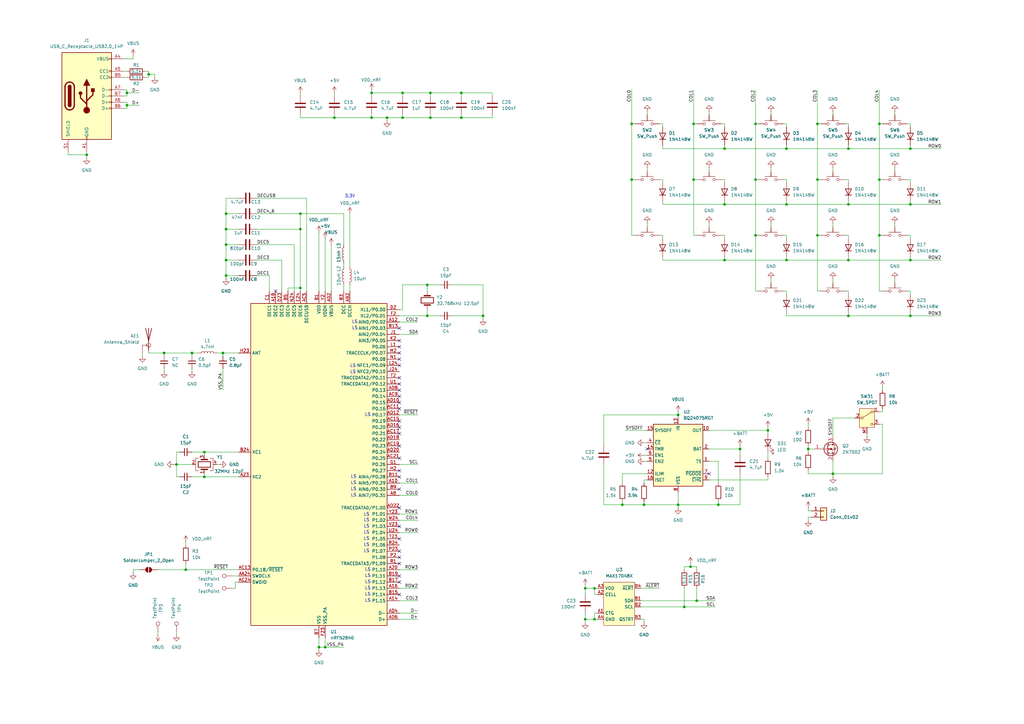
<source format=kicad_sch>
(kicad_sch (version 20250114) (generator "eeschema") (generator_version "9.0")
  (paper "A3")
  (title_block (title "Leptosis") (date "2025-07-06") (rev "v1.1") (company "Chengyin Yao (cheyao)") (comment 1 "A PG1316 Split Keyboard") (comment 2 "Solderpad License"))
  (text "LS" (at 145.034 203.2 0) (effects (font (size 1.27 1.27))))
  (text "LS" (at 150.368 213.36 0) (effects (font (size 1.27 1.27))))
  (text "LS" (at 145.542 132.08 0) (effects (font (size 1.27 1.27))))
  (text "LS" (at 150.876 246.38 0) (effects (font (size 1.27 1.27))))
  (text "LS" (at 145.034 198.12 0) (effects (font (size 1.27 1.27))))
  (text "LS" (at 150.876 243.84 0) (effects (font (size 1.27 1.27))))
  (text "LS" (at 150.368 218.44 0) (effects (font (size 1.27 1.27))))
  (text "LS" (at 144.78 150.114 0) (effects (font (size 1.27 1.27))))
  (text "LS" (at 145.034 200.66 0) (effects (font (size 1.27 1.27))))
  (text "LS" (at 145.542 134.62 0) (effects (font (size 1.27 1.27))))
  (text "LS" (at 144.78 152.654 0) (effects (font (size 1.27 1.27))))
  (text "LS" (at 150.876 241.3 0) (effects (font (size 1.27 1.27))))
  (text "LS" (at 150.368 223.52 0) (effects (font (size 1.27 1.27))))
  (text "3.3V" (at 143.51 80.518 0) (effects (font (size 1.27 1.27))))
  (text "LS" (at 150.368 226.06 0) (effects (font (size 1.27 1.27))))
  (text "LS" (at 150.876 236.22 0) (effects (font (size 1.27 1.27))))
  (text "LS" (at 145.034 195.58 0) (effects (font (size 1.27 1.27))))
  (text "LS" (at 150.876 170.18 0) (effects (font (size 1.27 1.27))))
  (text "LS" (at 150.876 233.68 0) (effects (font (size 1.27 1.27))))
  (text "LS" (at 150.876 238.76 0) (effects (font (size 1.27 1.27))))
  (text "LS" (at 150.368 215.9 0) (effects (font (size 1.27 1.27))))
  (text "LS" (at 150.368 220.98 0) (effects (font (size 1.27 1.27))))
  (text "LS" (at 150.368 211.074 0) (effects (font (size 1.27 1.27))))
  (junction (at 123.19 93.98))
  (junction (at 152.4 48.26))
  (junction (at 165.1 38.1))
  (junction (at 137.16 48.26))
  (junction (at 91.44 144.78))
  (junction (at 243.84 254))
  (junction (at 297.18 83.82))
  (junction (at 297.18 60.96))
  (junction (at 322.58 60.96))
  (junction (at 83.82 185.42))
  (junction (at 240.03 254))
  (junction (at 341.63 194.31))
  (junction (at 240.03 241.3))
  (junction (at 294.64 207.01))
  (junction (at 264.16 207.01))
  (junction (at 347.98 129.54))
  (junction (at 35.56 63.5))
  (junction (at 52.07 43.18))
  (junction (at 280.67 248.92))
  (junction (at 133.35 265.43))
  (junction (at 92.71 93.98))
  (junction (at 347.98 60.96))
  (junction (at 176.53 48.26))
  (junction (at 309.88 96.52))
  (junction (at 78.74 144.78))
  (junction (at 175.26 116.84))
  (junction (at 347.98 106.68))
  (junction (at 347.98 83.82))
  (junction (at 198.12 129.54))
  (junction (at 285.75 246.38))
  (junction (at 152.4 38.1))
  (junction (at 373.38 83.82))
  (junction (at 76.2 233.68))
  (junction (at 335.28 96.52))
  (junction (at 189.23 48.26))
  (junction (at 283.21 232.41))
  (junction (at 303.53 184.15))
  (junction (at 92.71 100.33))
  (junction (at 259.08 50.8))
  (junction (at 309.88 73.66))
  (junction (at 360.68 73.66))
  (junction (at 278.13 170.18))
  (junction (at 255.27 207.01))
  (junction (at 123.19 87.63))
  (junction (at 373.38 129.54))
  (junction (at 158.75 48.26))
  (junction (at 176.53 38.1))
  (junction (at 284.48 50.8))
  (junction (at 322.58 106.68))
  (junction (at 335.28 73.66))
  (junction (at 373.38 60.96))
  (junction (at 284.48 73.66))
  (junction (at 373.38 106.68))
  (junction (at 331.47 184.15))
  (junction (at 322.58 83.82))
  (junction (at 92.71 113.03))
  (junction (at 297.18 106.68))
  (junction (at 243.84 241.3))
  (junction (at 360.68 96.52))
  (junction (at 67.31 144.78))
  (junction (at 92.71 106.68))
  (junction (at 60.96 30.48))
  (junction (at 52.07 38.1))
  (junction (at 259.08 73.66))
  (junction (at 360.68 50.8))
  (junction (at 165.1 48.26))
  (junction (at 309.88 50.8))
  (junction (at 278.13 207.01))
  (junction (at 72.39 190.5))
  (junction (at 130.81 265.43))
  (junction (at 335.28 50.8))
  (junction (at 92.71 87.63))
  (junction (at 123.19 118.11))
  (junction (at 83.82 195.58))
  (junction (at 314.96 176.53))
  (junction (at 189.23 38.1))
  (junction (at 175.26 129.54))
  (no_connect (at 163.83 200.66))
  (no_connect (at 163.83 139.7))
  (no_connect (at 290.83 194.31))
  (no_connect (at 113.03 119.38))
  (no_connect (at 163.83 165.1))
  (no_connect (at 163.83 154.94))
  (no_connect (at 163.83 134.62))
  (no_connect (at 163.83 175.26))
  (no_connect (at 163.83 172.72))
  (no_connect (at 163.83 236.22))
  (no_connect (at 163.83 157.48))
  (no_connect (at 163.83 162.56))
  (no_connect (at 163.83 231.14))
  (no_connect (at 163.83 243.84))
  (no_connect (at 163.83 215.9))
  (no_connect (at 163.83 144.78))
  (no_connect (at 163.83 149.86))
  (no_connect (at 163.83 195.58))
  (no_connect (at 163.83 220.98))
  (no_connect (at 163.83 238.76))
  (no_connect (at 265.43 184.15))
  (no_connect (at 163.83 160.02))
  (no_connect (at 163.83 187.96))
  (no_connect (at 163.83 167.64))
  (no_connect (at 163.83 226.06))
  (no_connect (at 163.83 193.04))
  (no_connect (at 163.83 182.88))
  (no_connect (at 163.83 228.6))
  (no_connect (at 163.83 208.28))
  (no_connect (at 163.83 142.24))
  (no_connect (at 163.83 147.32))
  (no_connect (at 163.83 177.8))
  (wire (pts (xy 240.03 251.46) (xy 240.03 254)))
  (wire (pts (xy 163.83 210.82) (xy 171.45 210.82)))
  (wire (pts (xy 271.78 73.66) (xy 270.51 73.66)))
  (wire (pts (xy 284.48 96.52) (xy 285.75 96.52)))
  (wire (pts (xy 92.71 113.03) (xy 92.71 114.3)))
  (wire (pts (xy 322.58 129.54) (xy 347.98 129.54)))
  (wire (pts (xy 163.83 137.16) (xy 171.45 137.16)))
  (wire (pts (xy 140.97 265.43) (xy 133.35 265.43)))
  (wire (pts (xy 264.16 189.23) (xy 265.43 189.23)))
  (wire (pts (xy 373.38 83.82) (xy 386.08 83.82)))
  (wire (pts (xy 309.88 96.52) (xy 309.88 119.38)))
  (wire (pts (xy 83.82 195.58) (xy 83.82 194.31)))
  (wire (pts (xy 152.4 48.26) (xy 137.16 48.26)))
  (wire (pts (xy 341.63 68.58) (xy 341.63 69.85)))
  (wire (pts (xy 322.58 120.65) (xy 322.58 119.38)))
  (wire (pts (xy 201.93 48.26) (xy 189.23 48.26)))
  (wire (pts (xy 123.19 93.98) (xy 123.19 118.11)))
  (wire (pts (xy 176.53 46.99) (xy 176.53 48.26)))
  (wire (pts (xy 255.27 207.01) (xy 264.16 207.01)))
  (wire (pts (xy 278.13 170.18) (xy 278.13 171.45)))
  (wire (pts (xy 360.68 50.8) (xy 360.68 73.66)))
  (wire (pts (xy 165.1 116.84) (xy 175.26 116.84)))
  (wire (pts (xy 92.71 106.68) (xy 92.71 113.03)))
  (wire (pts (xy 309.88 36.83) (xy 309.88 50.8)))
  (wire (pts (xy 341.63 91.44) (xy 341.63 92.71)))
  (wire (pts (xy 331.47 194.31) (xy 331.47 193.04)))
  (wire (pts (xy 88.9 144.78) (xy 91.44 144.78)))
  (wire (pts (xy 72.39 190.5) (xy 78.74 190.5)))
  (wire (pts (xy 373.38 74.93) (xy 373.38 73.66)))
  (wire (pts (xy 335.28 50.8) (xy 335.28 73.66)))
  (wire (pts (xy 331.47 184.15) (xy 334.01 184.15)))
  (wire (pts (xy 105.41 106.68) (xy 115.57 106.68)))
  (wire (pts (xy 163.83 213.36) (xy 171.45 213.36)))
  (wire (pts (xy 347.98 106.68) (xy 373.38 106.68)))
  (wire (pts (xy 322.58 52.07) (xy 322.58 50.8)))
  (wire (pts (xy 262.89 248.92) (xy 280.67 248.92)))
  (wire (pts (xy 259.08 73.66) (xy 259.08 96.52)))
  (wire (pts (xy 347.98 50.8) (xy 346.71 50.8)))
  (wire (pts (xy 271.78 83.82) (xy 271.78 82.55)))
  (wire (pts (xy 271.78 106.68) (xy 271.78 105.41)))
  (wire (pts (xy 265.43 91.44) (xy 265.43 92.71)))
  (wire (pts (xy 158.75 48.26) (xy 152.4 48.26)))
  (wire (pts (xy 297.18 83.82) (xy 297.18 82.55)))
  (wire (pts (xy 201.93 38.1) (xy 201.93 39.37)))
  (wire (pts (xy 367.03 91.44) (xy 367.03 92.71)))
  (wire (pts (xy 76.2 222.25) (xy 76.2 223.52)))
  (wire (pts (xy 143.51 109.22) (xy 143.51 87.63)))
  (wire (pts (xy 335.28 119.38) (xy 336.55 119.38)))
  (wire (pts (xy 297.18 60.96) (xy 297.18 59.69)))
  (wire (pts (xy 78.74 144.78) (xy 67.31 144.78)))
  (wire (pts (xy 176.53 48.26) (xy 165.1 48.26)))
  (wire (pts (xy 331.47 213.36) (xy 331.47 212.09)))
  (wire (pts (xy 175.26 129.54) (xy 180.34 129.54)))
  (wire (pts (xy 294.64 189.23) (xy 294.64 198.12)))
  (wire (pts (xy 278.13 168.91) (xy 278.13 170.18)))
  (wire (pts (xy 322.58 83.82) (xy 322.58 82.55)))
  (wire (pts (xy 140.97 87.63) (xy 123.19 87.63)))
  (wire (pts (xy 367.03 68.58) (xy 367.03 69.85)))
  (wire (pts (xy 335.28 73.66) (xy 336.55 73.66)))
  (wire (pts (xy 243.84 254) (xy 245.11 254)))
  (wire (pts (xy 284.48 36.83) (xy 284.48 50.8)))
  (wire (pts (xy 271.78 96.52) (xy 270.51 96.52)))
  (wire (pts (xy 347.98 106.68) (xy 347.98 105.41)))
  (wire (pts (xy 240.03 241.3) (xy 240.03 243.84)))
  (wire (pts (xy 347.98 52.07) (xy 347.98 50.8)))
  (wire (pts (xy 314.96 185.42) (xy 314.96 187.96)))
  (wire (pts (xy 347.98 120.65) (xy 347.98 119.38)))
  (wire (pts (xy 60.96 29.21) (xy 60.96 30.48)))
  (wire (pts (xy 50.8 39.37) (xy 52.07 39.37)))
  (wire (pts (xy 71.12 190.5) (xy 72.39 190.5)))
  (wire (pts (xy 54.61 233.68) (xy 57.15 233.68)))
  (wire (pts (xy 97.79 144.78) (xy 91.44 144.78)))
  (wire (pts (xy 163.83 127) (xy 165.1 127)))
  (wire (pts (xy 284.48 73.66) (xy 284.48 96.52)))
  (wire (pts (xy 262.89 246.38) (xy 285.75 246.38)))
  (wire (pts (xy 125.73 81.28) (xy 125.73 119.38)))
  (wire (pts (xy 243.84 243.84) (xy 243.84 241.3)))
  (wire (pts (xy 60.96 31.75) (xy 59.69 31.75)))
  (wire (pts (xy 52.07 44.45) (xy 50.8 44.45)))
  (wire (pts (xy 373.38 60.96) (xy 386.08 60.96)))
  (wire (pts (xy 262.89 241.3) (xy 270.51 241.3)))
  (wire (pts (xy 52.07 38.1) (xy 52.07 36.83)))
  (wire (pts (xy 245.11 243.84) (xy 243.84 243.84)))
  (wire (pts (xy 290.83 189.23) (xy 294.64 189.23)))
  (wire (pts (xy 165.1 46.99) (xy 165.1 48.26)))
  (wire (pts (xy 284.48 50.8) (xy 284.48 73.66)))
  (wire (pts (xy 67.31 144.78) (xy 67.31 146.05)))
  (wire (pts (xy 140.97 107.95) (xy 140.97 109.22)))
  (wire (pts (xy 165.1 48.26) (xy 158.75 48.26)))
  (wire (pts (xy 264.16 205.74) (xy 264.16 207.01)))
  (wire (pts (xy 163.83 233.68) (xy 171.45 233.68)))
  (wire (pts (xy 76.2 233.68) (xy 97.79 233.68)))
  (wire (pts (xy 314.96 176.53) (xy 314.96 177.8)))
  (wire (pts (xy 361.95 194.31) (xy 341.63 194.31)))
  (wire (pts (xy 163.83 218.44) (xy 171.45 218.44)))
  (wire (pts (xy 347.98 73.66) (xy 346.71 73.66)))
  (wire (pts (xy 64.77 233.68) (xy 76.2 233.68)))
  (wire (pts (xy 280.67 241.3) (xy 280.67 248.92)))
  (wire (pts (xy 322.58 74.93) (xy 322.58 73.66)))
  (wire (pts (xy 105.41 87.63) (xy 123.19 87.63)))
  (wire (pts (xy 35.56 62.23) (xy 35.56 63.5)))
  (wire (pts (xy 361.95 168.91) (xy 360.68 168.91)))
  (wire (pts (xy 297.18 73.66) (xy 295.91 73.66)))
  (wire (pts (xy 335.28 50.8) (xy 336.55 50.8)))
  (wire (pts (xy 341.63 45.72) (xy 341.63 46.99)))
  (wire (pts (xy 283.21 232.41) (xy 280.67 232.41)))
  (wire (pts (xy 198.12 129.54) (xy 198.12 130.81)))
  (wire (pts (xy 63.5 31.75) (xy 63.5 30.48)))
  (wire (pts (xy 118.11 118.11) (xy 118.11 119.38)))
  (wire (pts (xy 264.16 196.85) (xy 264.16 198.12)))
  (wire (pts (xy 105.41 113.03) (xy 110.49 113.03)))
  (wire (pts (xy 360.68 73.66) (xy 360.68 96.52)))
  (wire (pts (xy 50.8 31.75) (xy 52.07 31.75)))
  (wire (pts (xy 163.83 254) (xy 171.45 254)))
  (wire (pts (xy 297.18 106.68) (xy 297.18 105.41)))
  (wire (pts (xy 309.88 50.8) (xy 311.15 50.8)))
  (wire (pts (xy 373.38 73.66) (xy 372.11 73.66)))
  (wire (pts (xy 278.13 170.18) (xy 247.65 170.18)))
  (wire (pts (xy 243.84 241.3) (xy 240.03 241.3)))
  (wire (pts (xy 120.65 100.33) (xy 120.65 119.38)))
  (wire (pts (xy 158.75 48.26) (xy 158.75 49.53)))
  (wire (pts (xy 105.41 93.98) (xy 123.19 93.98)))
  (wire (pts (xy 92.71 113.03) (xy 97.79 113.03)))
  (wire (pts (xy 243.84 251.46) (xy 243.84 254)))
  (wire (pts (xy 316.23 45.72) (xy 316.23 46.99)))
  (wire (pts (xy 322.58 60.96) (xy 322.58 59.69)))
  (wire (pts (xy 78.74 195.58) (xy 83.82 195.58)))
  (wire (pts (xy 137.16 48.26) (xy 137.16 46.99)))
  (wire (pts (xy 347.98 74.93) (xy 347.98 73.66)))
  (wire (pts (xy 140.97 116.84) (xy 140.97 119.38)))
  (wire (pts (xy 271.78 60.96) (xy 271.78 59.69)))
  (wire (pts (xy 347.98 83.82) (xy 373.38 83.82)))
  (wire (pts (xy 255.27 207.01) (xy 255.27 205.74)))
  (wire (pts (xy 335.28 36.83) (xy 335.28 50.8)))
  (wire (pts (xy 341.63 171.45) (xy 350.52 171.45)))
  (wire (pts (xy 52.07 41.91) (xy 52.07 43.18)))
  (wire (pts (xy 130.81 261.62) (xy 130.81 265.43)))
  (wire (pts (xy 314.96 176.53) (xy 290.83 176.53)))
  (wire (pts (xy 201.93 46.99) (xy 201.93 48.26)))
  (wire (pts (xy 331.47 173.99) (xy 331.47 175.26)))
  (wire (pts (xy 130.81 265.43) (xy 133.35 265.43)))
  (wire (pts (xy 360.68 96.52) (xy 361.95 96.52)))
  (wire (pts (xy 373.38 106.68) (xy 386.08 106.68)))
  (wire (pts (xy 130.81 95.25) (xy 130.81 119.38)))
  (wire (pts (xy 264.16 181.61) (xy 265.43 181.61)))
  (wire (pts (xy 175.26 116.84) (xy 175.26 119.38)))
  (wire (pts (xy 123.19 118.11) (xy 118.11 118.11)))
  (wire (pts (xy 60.96 30.48) (xy 63.5 30.48)))
  (wire (pts (xy 316.23 114.3) (xy 316.23 115.57)))
  (wire (pts (xy 314.96 196.85) (xy 290.83 196.85)))
  (wire (pts (xy 278.13 201.93) (xy 278.13 207.01)))
  (wire (pts (xy 331.47 209.55) (xy 331.47 208.28)))
  (wire (pts (xy 78.74 185.42) (xy 83.82 185.42)))
  (wire (pts (xy 255.27 198.12) (xy 255.27 194.31)))
  (wire (pts (xy 285.75 241.3) (xy 285.75 246.38)))
  (wire (pts (xy 163.83 170.18) (xy 171.45 170.18)))
  (wire (pts (xy 347.98 60.96) (xy 347.98 59.69)))
  (wire (pts (xy 309.88 73.66) (xy 311.15 73.66)))
  (wire (pts (xy 97.79 87.63) (xy 92.71 87.63)))
  (wire (pts (xy 341.63 114.3) (xy 341.63 115.57)))
  (wire (pts (xy 264.16 186.69) (xy 265.43 186.69)))
  (wire (pts (xy 373.38 129.54) (xy 373.38 128.27)))
  (wire (pts (xy 185.42 129.54) (xy 198.12 129.54)))
  (wire (pts (xy 373.38 60.96) (xy 373.38 59.69)))
  (wire (pts (xy 322.58 119.38) (xy 321.31 119.38)))
  (wire (pts (xy 335.28 96.52) (xy 336.55 96.52)))
  (wire (pts (xy 247.65 170.18) (xy 247.65 182.88)))
  (wire (pts (xy 255.27 194.31) (xy 265.43 194.31)))
  (wire (pts (xy 309.88 73.66) (xy 309.88 96.52)))
  (wire (pts (xy 341.63 194.31) (xy 341.63 195.58)))
  (wire (pts (xy 361.95 173.99) (xy 360.68 173.99)))
  (wire (pts (xy 64.77 259.08) (xy 64.77 260.35)))
  (wire (pts (xy 360.68 50.8) (xy 361.95 50.8)))
  (wire (pts (xy 297.18 83.82) (xy 322.58 83.82)))
  (wire (pts (xy 271.78 83.82) (xy 297.18 83.82)))
  (wire (pts (xy 137.16 38.1) (xy 137.16 39.37)))
  (wire (pts (xy 123.19 38.1) (xy 123.19 39.37)))
  (wire (pts (xy 165.1 127) (xy 165.1 116.84)))
  (wire (pts (xy 27.94 63.5) (xy 27.94 62.23)))
  (wire (pts (xy 171.45 203.2) (xy 163.83 203.2)))
  (wire (pts (xy 72.39 185.42) (xy 72.39 190.5)))
  (wire (pts (xy 347.98 97.79) (xy 347.98 96.52)))
  (wire (pts (xy 185.42 116.84) (xy 198.12 116.84)))
  (wire (pts (xy 115.57 106.68) (xy 115.57 119.38)))
  (wire (pts (xy 259.08 73.66) (xy 260.35 73.66)))
  (wire (pts (xy 83.82 185.42) (xy 97.79 185.42)))
  (wire (pts (xy 67.31 151.13) (xy 67.31 152.4)))
  (wire (pts (xy 198.12 116.84) (xy 198.12 129.54)))
  (wire (pts (xy 347.98 96.52) (xy 346.71 96.52)))
  (wire (pts (xy 294.64 207.01) (xy 294.64 205.74)))
  (wire (pts (xy 240.03 254) (xy 240.03 255.27)))
  (wire (pts (xy 110.49 113.03) (xy 110.49 119.38)))
  (wire (pts (xy 265.43 68.58) (xy 265.43 69.85)))
  (wire (pts (xy 367.03 114.3) (xy 367.03 115.57)))
  (wire (pts (xy 303.53 182.88) (xy 303.53 184.15)))
  (wire (pts (xy 347.98 60.96) (xy 373.38 60.96)))
  (wire (pts (xy 335.28 96.52) (xy 335.28 119.38)))
  (wire (pts (xy 322.58 50.8) (xy 321.31 50.8)))
  (wire (pts (xy 280.67 248.92) (xy 293.37 248.92)))
  (wire (pts (xy 297.18 52.07) (xy 297.18 50.8)))
  (wire (pts (xy 373.38 129.54) (xy 386.08 129.54)))
  (wire (pts (xy 123.19 87.63) (xy 123.19 93.98)))
  (wire (pts (xy 152.4 38.1) (xy 152.4 39.37)))
  (wire (pts (xy 189.23 46.99) (xy 189.23 48.26)))
  (wire (pts (xy 123.19 119.38) (xy 123.19 118.11)))
  (wire (pts (xy 91.44 144.78) (xy 91.44 146.05)))
  (wire (pts (xy 316.23 68.58) (xy 316.23 69.85)))
  (wire (pts (xy 54.61 24.13) (xy 50.8 24.13)))
  (wire (pts (xy 264.16 254) (xy 262.89 254)))
  (wire (pts (xy 52.07 43.18) (xy 57.15 43.18)))
  (wire (pts (xy 297.18 74.93) (xy 297.18 73.66)))
  (wire (pts (xy 278.13 207.01) (xy 294.64 207.01)))
  (wire (pts (xy 189.23 38.1) (xy 189.23 39.37)))
  (wire (pts (xy 35.56 63.5) (xy 35.56 64.77)))
  (wire (pts (xy 92.71 100.33) (xy 92.71 106.68)))
  (wire (pts (xy 96.52 241.3) (xy 95.25 241.3)))
  (wire (pts (xy 271.78 106.68) (xy 297.18 106.68)))
  (wire (pts (xy 175.26 129.54) (xy 175.26 127)))
  (wire (pts (xy 314.96 195.58) (xy 314.96 196.85)))
  (wire (pts (xy 309.88 119.38) (xy 311.15 119.38)))
  (wire (pts (xy 280.67 232.41) (xy 280.67 233.68)))
  (wire (pts (xy 285.75 246.38) (xy 293.37 246.38)))
  (wire (pts (xy 163.83 251.46) (xy 171.45 251.46)))
  (wire (pts (xy 373.38 96.52) (xy 372.11 96.52)))
  (wire (pts (xy 271.78 97.79) (xy 271.78 96.52)))
  (wire (pts (xy 265.43 196.85) (xy 264.16 196.85)))
  (wire (pts (xy 59.69 29.21) (xy 60.96 29.21)))
  (wire (pts (xy 95.25 236.22) (xy 97.79 236.22)))
  (wire (pts (xy 58.42 144.78) (xy 58.42 146.05)))
  (wire (pts (xy 73.66 195.58) (xy 72.39 195.58)))
  (wire (pts (xy 347.98 83.82) (xy 347.98 82.55)))
  (wire (pts (xy 54.61 22.86) (xy 54.61 24.13)))
  (wire (pts (xy 91.44 151.13) (xy 91.44 160.02)))
  (wire (pts (xy 137.16 48.26) (xy 123.19 48.26)))
  (wire (pts (xy 97.79 195.58) (xy 83.82 195.58)))
  (wire (pts (xy 284.48 50.8) (xy 285.75 50.8)))
  (wire (pts (xy 316.23 91.44) (xy 316.23 92.71)))
  (wire (pts (xy 52.07 43.18) (xy 52.07 44.45)))
  (wire (pts (xy 341.63 189.23) (xy 341.63 194.31)))
  (wire (pts (xy 83.82 186.69) (xy 83.82 185.42)))
  (wire (pts (xy 331.47 185.42) (xy 331.47 184.15)))
  (wire (pts (xy 322.58 96.52) (xy 321.31 96.52)))
  (wire (pts (xy 92.71 81.28) (xy 92.71 87.63)))
  (wire (pts (xy 290.83 184.15) (xy 303.53 184.15)))
  (wire (pts (xy 278.13 207.01) (xy 278.13 208.28)))
  (wire (pts (xy 81.28 144.78) (xy 78.74 144.78)))
  (wire (pts (xy 284.48 73.66) (xy 285.75 73.66)))
  (wire (pts (xy 271.78 74.93) (xy 271.78 73.66)))
  (wire (pts (xy 97.79 81.28) (xy 92.71 81.28)))
  (wire (pts (xy 283.21 232.41) (xy 285.75 232.41)))
  (wire (pts (xy 92.71 93.98) (xy 92.71 100.33)))
  (wire (pts (xy 341.63 171.45) (xy 341.63 179.07)))
  (wire (pts (xy 271.78 52.07) (xy 271.78 50.8)))
  (wire (pts (xy 52.07 39.37) (xy 52.07 38.1)))
  (wire (pts (xy 367.03 45.72) (xy 367.03 46.99)))
  (wire (pts (xy 259.08 36.83) (xy 259.08 50.8)))
  (wire (pts (xy 335.28 73.66) (xy 335.28 96.52)))
  (wire (pts (xy 165.1 38.1) (xy 176.53 38.1)))
  (wire (pts (xy 171.45 198.12) (xy 163.83 198.12)))
  (wire (pts (xy 92.71 100.33) (xy 97.79 100.33)))
  (wire (pts (xy 133.35 97.79) (xy 133.35 119.38)))
  (wire (pts (xy 355.6 177.8) (xy 355.6 179.07)))
  (wire (pts (xy 133.35 261.62) (xy 133.35 265.43)))
  (wire (pts (xy 290.83 91.44) (xy 290.83 92.71)))
  (wire (pts (xy 92.71 93.98) (xy 97.79 93.98)))
  (wire (pts (xy 373.38 97.79) (xy 373.38 96.52)))
  (wire (pts (xy 331.47 182.88) (xy 331.47 184.15)))
  (wire (pts (xy 322.58 129.54) (xy 322.58 128.27)))
  (wire (pts (xy 290.83 68.58) (xy 290.83 69.85)))
  (wire (pts (xy 322.58 97.79) (xy 322.58 96.52)))
  (wire (pts (xy 309.88 96.52) (xy 311.15 96.52)))
  (wire (pts (xy 240.03 240.03) (xy 240.03 241.3)))
  (wire (pts (xy 373.38 52.07) (xy 373.38 50.8)))
  (wire (pts (xy 297.18 97.79) (xy 297.18 96.52)))
  (wire (pts (xy 290.83 45.72) (xy 290.83 46.99)))
  (wire (pts (xy 271.78 50.8) (xy 270.51 50.8)))
  (wire (pts (xy 88.9 190.5) (xy 90.17 190.5)))
  (wire (pts (xy 303.53 184.15) (xy 303.53 186.69)))
  (wire (pts (xy 322.58 106.68) (xy 347.98 106.68)))
  (wire (pts (xy 243.84 241.3) (xy 245.11 241.3)))
  (wire (pts (xy 96.52 241.3) (xy 96.52 238.76)))
  (wire (pts (xy 35.56 63.5) (xy 27.94 63.5)))
  (wire (pts (xy 78.74 144.78) (xy 78.74 146.05)))
  (wire (pts (xy 347.98 119.38) (xy 346.71 119.38)))
  (wire (pts (xy 347.98 129.54) (xy 347.98 128.27)))
  (wire (pts (xy 347.98 129.54) (xy 373.38 129.54)))
  (wire (pts (xy 143.51 116.84) (xy 143.51 119.38)))
  (wire (pts (xy 322.58 83.82) (xy 347.98 83.82)))
  (wire (pts (xy 189.23 48.26) (xy 176.53 48.26)))
  (wire (pts (xy 360.68 119.38) (xy 361.95 119.38)))
  (wire (pts (xy 264.16 207.01) (xy 278.13 207.01)))
  (wire (pts (xy 50.8 41.91) (xy 52.07 41.91)))
  (wire (pts (xy 259.08 50.8) (xy 259.08 73.66)))
  (wire (pts (xy 92.71 106.68) (xy 97.79 106.68)))
  (wire (pts (xy 360.68 36.83) (xy 360.68 50.8)))
  (wire (pts (xy 264.16 255.27) (xy 264.16 254)))
  (wire (pts (xy 373.38 106.68) (xy 373.38 105.41)))
  (wire (pts (xy 373.38 120.65) (xy 373.38 119.38)))
  (wire (pts (xy 171.45 246.38) (xy 163.83 246.38)))
  (wire (pts (xy 373.38 119.38) (xy 372.11 119.38)))
  (wire (pts (xy 271.78 60.96) (xy 297.18 60.96)))
  (wire (pts (xy 314.96 175.26) (xy 314.96 176.53)))
  (wire (pts (xy 140.97 100.33) (xy 140.97 87.63)))
  (wire (pts (xy 361.95 158.75) (xy 361.95 160.02)))
  (wire (pts (xy 322.58 60.96) (xy 347.98 60.96)))
  (wire (pts (xy 331.47 212.09) (xy 332.74 212.09)))
  (wire (pts (xy 360.68 96.52) (xy 360.68 119.38)))
  (wire (pts (xy 297.18 60.96) (xy 322.58 60.96)))
  (wire (pts (xy 72.39 195.58) (xy 72.39 190.5)))
  (wire (pts (xy 105.41 100.33) (xy 120.65 100.33)))
  (wire (pts (xy 73.66 185.42) (xy 72.39 185.42)))
  (wire (pts (xy 297.18 106.68) (xy 322.58 106.68)))
  (wire (pts (xy 332.74 209.55) (xy 331.47 209.55)))
  (wire (pts (xy 175.26 116.84) (xy 180.34 116.84)))
  (wire (pts (xy 297.18 96.52) (xy 295.91 96.52)))
  (wire (pts (xy 165.1 38.1) (xy 165.1 39.37)))
  (wire (pts (xy 373.38 50.8) (xy 372.11 50.8)))
  (wire (pts (xy 189.23 38.1) (xy 201.93 38.1)))
  (wire (pts (xy 243.84 251.46) (xy 245.11 251.46)))
  (wire (pts (xy 360.68 73.66) (xy 361.95 73.66)))
  (wire (pts (xy 176.53 38.1) (xy 189.23 38.1)))
  (wire (pts (xy 283.21 231.14) (xy 283.21 232.41)))
  (wire (pts (xy 171.45 132.08) (xy 163.83 132.08)))
  (wire (pts (xy 105.41 81.28) (xy 125.73 81.28)))
  (wire (pts (xy 60.96 30.48) (xy 60.96 31.75)))
  (wire (pts (xy 96.52 238.76) (xy 97.79 238.76)))
  (wire (pts (xy 52.07 36.83) (xy 50.8 36.83)))
  (wire (pts (xy 171.45 241.3) (xy 163.83 241.3)))
  (wire (pts (xy 163.83 129.54) (xy 175.26 129.54)))
  (wire (pts (xy 265.43 45.72) (xy 265.43 46.99)))
  (wire (pts (xy 247.65 207.01) (xy 255.27 207.01)))
  (wire (pts (xy 72.39 259.08) (xy 72.39 260.35)))
  (wire (pts (xy 152.4 36.83) (xy 152.4 38.1)))
  (wire (pts (xy 303.53 207.01) (xy 294.64 207.01)))
  (wire (pts (xy 163.83 190.5) (xy 171.45 190.5)))
  (wire (pts (xy 309.88 50.8) (xy 309.88 73.66)))
  (wire (pts (xy 373.38 83.82) (xy 373.38 82.55)))
  (wire (pts (xy 123.19 48.26) (xy 123.19 46.99)))
  (wire (pts (xy 259.08 50.8) (xy 260.35 50.8)))
  (wire (pts (xy 361.95 167.64) (xy 361.95 168.91)))
  (wire (pts (xy 285.75 232.41) (xy 285.75 233.68)))
  (wire (pts (xy 247.65 190.5) (xy 247.65 207.01)))
  (wire (pts (xy 322.58 73.66) (xy 321.31 73.66)))
  (wire (pts (xy 303.53 194.31) (xy 303.53 207.01)))
  (wire (pts (xy 57.15 38.1) (xy 52.07 38.1)))
  (wire (pts (xy 50.8 29.21) (xy 52.07 29.21)))
  (wire (pts (xy 256.54 176.53) (xy 265.43 176.53)))
  (wire (pts (xy 135.89 100.33) (xy 135.89 119.38)))
  (wire (pts (xy 361.95 173.99) (xy 361.95 194.31)))
  (wire (pts (xy 92.71 87.63) (xy 92.71 93.98)))
  (wire (pts (xy 176.53 38.1) (xy 176.53 39.37)))
  (wire (pts (xy 152.4 38.1) (xy 165.1 38.1)))
  (wire (pts (xy 322.58 106.68) (xy 322.58 105.41)))
  (wire (pts (xy 60.96 144.78) (xy 67.31 144.78)))
  (wire (pts (xy 297.18 50.8) (xy 295.91 50.8)))
  (wire (pts (xy 78.74 151.13) (xy 78.74 152.4)))
  (wire (pts (xy 152.4 48.26) (xy 152.4 46.99)))
  (wire (pts (xy 240.03 254) (xy 243.84 254)))
  (wire (pts (xy 54.61 234.95) (xy 54.61 233.68)))
  (wire (pts (xy 76.2 231.14) (xy 76.2 233.68)))
  (wire (pts (xy 341.63 194.31) (xy 331.47 194.31)))
  (wire (pts (xy 259.08 96.52) (xy 260.35 96.52)))
  (wire (pts (xy 130.81 266.7) (xy 130.81 265.43)))
  (label "~{ALERT}" (at 270.51 241.3 180))
  (label "ROW1" (at 171.45 210.82 180))
  (label "SDA" (at 171.45 137.16 180))
  (label "SCL" (at 293.37 248.92 180))
  (label "COL4" (at 171.45 213.36 180))
  (label "SYSOFF" (at 256.54 176.53 0))
  (label "COL2" (at 171.45 132.08 180))
  (label "COL3" (at 171.45 246.38 180))
  (label "COL0" (at 259.08 36.83 270))
  (label "VSS_PA" (at 140.97 265.43 180))
  (label "SYSOFF" (at 341.63 171.45 270))
  (label "ROW0" (at 386.08 60.96 180))
  (label "SDA" (at 293.37 246.38 180))
  (label "ROW3" (at 386.08 129.54 180))
  (label "DEC5" (at 105.41 100.33 0))
  (label "COL2" (at 309.88 36.83 270))
  (label "D-" (at 171.45 251.46 180))
  (label "DEC4_6" (at 105.41 87.63 0))
  (label "D-" (at 57.15 38.1 180))
  (label "SCL" (at 171.45 190.5 180))
  (label "~{RESET}" (at 87.63 233.68 0))
  (label "VSS_PA" (at 91.44 160.02 90))
  (label "COL4" (at 360.68 36.83 270))
  (label "DECUSB" (at 105.41 81.28 0))
  (label "ROW1" (at 386.08 83.82 180))
  (label "DEC1" (at 105.41 113.03 0))
  (label "COL1" (at 171.45 198.12 180))
  (label "ROW0" (at 171.45 218.44 180))
  (label "D+" (at 171.45 254 180))
  (label "ROW2" (at 171.45 241.3 180))
  (label "DEC3" (at 105.41 106.68 0))
  (label "COL3" (at 335.28 36.83 270))
  (label "COL0" (at 171.45 203.2 180))
  (label "COL1" (at 284.48 36.83 270))
  (label "ROW3" (at 171.45 233.68 180))
  (label "~{RESET}" (at 171.45 170.18 180))
  (label "D+" (at 57.15 43.18 180))
  (label "ROW2" (at 386.08 106.68 180))
  (symbol (lib_id "Transistor_FET:2N7002") (at 339.09 184.15 0) (unit 1)
    (property "Reference" "Q2" (at 345.44 182.8799 0) (effects (justify left)))
    (property "Value" "2N7002" (at 345.44 185.4199 0) (effects (justify left)))
    (property "Footprint" "Package_TO_SOT_SMD:SOT-23" (effects (hide yes)))
    (property "Datasheet" "https://www.onsemi.com/pub/Collateral/NDS7002A-D.PDF" (effects (hide yes)))
    (property "Description" "0.115A Id, 60V Vds, N-Channel MOSFET, SOT-23" (effects (hide yes)))
    (property "LCSC Part #" "C8545" (effects (hide yes)))
  )
  (symbol (lib_id "power:+5V") (at 314.96 175.26 0) (unit 1)
    (property "Reference" "#PWR052" (effects (hide yes)))
    (property "Value" "+5V" (at 314.96 170.18 0))
    (property "Description" "Power symbol creates a global label with name \"+5V\"" (effects (hide yes)))
  )
  (symbol (lib_id "power:GND") (at 316.23 114.3 180) (unit 1)
    (property "Reference" "#PWR041" (effects (hide yes)))
    (property "Value" "GND" (at 316.23 109.22 0))
    (property "Description" "Power symbol creates a global label with name \"GND\" , ground" (effects (hide yes)))
  )
  (symbol (lib_id "Device:C_Small") (at 78.74 148.59 0) (unit 1)
    (property "Reference" "C6" (at 81.28 147.3262 0) (effects (justify left)))
    (property "Value" "0.5pF" (at 81.28 149.8662 0) (effects (justify left)))
    (property "Footprint" "Capacitor_SMD:C_0402_1005Metric" (effects (hide yes)))
    (property "Description" "Unpolarized capacitor, small symbol" (effects (hide yes)))
    (property "Notes" "Capacitor, NP0, ±5%" (effects (hide yes)))
    (property "LCSC Part #" "C76912" (effects (hide yes)))
  )
  (symbol (lib_id "leptosis-lib:VDD_nRF") (at 130.81 95.25 0) (unit 1)
    (property "Reference" "#PWR015" (effects (hide yes)))
    (property "Value" "VDD_nRF" (at 130.81 90.17 0))
    (property "Description" "Power symbol creates a global label with name \"VDD_nRF\"" (effects (hide yes)))
  )
  (symbol (lib_id "Device:L") (at 85.09 144.78 90) (unit 1)
    (property "Reference" "L1" (at 85.09 139.7 90))
    (property "Value" "4.7nH" (at 85.09 142.24 90))
    (property "Footprint" "Inductor_SMD:L_0402_1005Metric" (effects (hide yes)))
    (property "Description" "Inductor" (effects (hide yes)))
    (property "Notes" "High frequency chip inductor ±5%" (effects (hide yes)))
    (property "LCSC Part #" "C86065" (effects (hide yes)))
  )
  (symbol (lib_id "Device:L") (at 143.51 113.03 0) (mirror x) (unit 1)
    (property "Reference" "L4" (at 145.034 111.76 0) (effects (justify left)))
    (property "Value" "10uH" (at 145.034 114.3 0) (effects (justify left)))
    (property "Footprint" "Inductor_SMD:L_0603_1608Metric" (effects (hide yes)))
    (property "Description" "Inductor" (effects (hide yes)))
    (property "Notes" "Chip inductor, IDC, min = 80 mA, ±20%" (effects (hide yes)))
    (property "LCSC Part #" "C86083" (effects (hide yes)))
  )
  (symbol (lib_id "power:VBUS") (at 64.77 260.35 180) (unit 1)
    (property "Reference" "#PWR069" (effects (hide yes)))
    (property "Value" "VBUS" (at 64.77 265.43 0))
    (property "Description" "Power symbol creates a global label with name \"VBUS\"" (effects (hide yes)))
  )
  (symbol (lib_id "leptosis-lib:SW_Push_MP") (at 367.03 119.38 0) (unit 1)
    (property "Reference" "SW24" (effects (hide yes)))
    (property "Value" "SW_Push" (effects (hide yes)))
    (property "Footprint" "PCM_marbastlib-xp-choc:SW_PG1316S" (effects (hide yes)))
    (property "Description" "Push button switch, generic, two pins, with mounting point" (effects (hide yes)))
  )
  (symbol (lib_id "Device:C") (at 189.23 43.18 0) (unit 1)
    (property "Reference" "C19" (at 193.04 41.9099 0) (effects (justify left)))
    (property "Value" "100nF" (at 193.04 44.4499 0) (effects (justify left)))
    (property "Footprint" "Capacitor_SMD:C_0402_1005Metric" (effects (hide yes)))
    (property "Description" "Unpolarized capacitor" (effects (hide yes)))
    (property "Notes" "Capacitor, X7R, ±10%" (effects (hide yes)))
    (property "LCSC Part #" "C1525 " (effects (hide yes)))
  )
  (symbol (lib_id "Connector_Generic:Conn_01x02") (at 337.82 209.55 0) (unit 1)
    (property "Reference" "J2" (at 340.36 209.5499 0) (effects (justify left)))
    (property "Value" "Conn_01x02" (at 340.36 212.0899 0) (effects (justify left)))
    (property "Footprint" "Connector_PinSocket_2.54mm:PinSocket_1x02_P2.54mm_Vertical" (effects (hide yes)))
    (property "Description" "Generic connector, single row, 01x02, script generated (kicad-library-utils/schlib/autogen/connector/)" (effects (hide yes)))
  )
  (symbol (lib_id "power:GND") (at 367.03 91.44 180) (unit 1)
    (property "Reference" "#PWR037" (effects (hide yes)))
    (property "Value" "GND" (at 367.03 86.36 0))
    (property "Description" "Power symbol creates a global label with name \"GND\" , ground" (effects (hide yes)))
  )
  (symbol (lib_id "Device:C") (at 303.53 190.5 0) (unit 1)
    (property "Reference" "C21" (at 307.34 189.2299 0) (effects (justify left)))
    (property "Value" "4.7uF" (at 307.34 191.7699 0) (effects (justify left)))
    (property "Footprint" "Capacitor_SMD:C_0603_1608Metric" (effects (hide yes)))
    (property "Description" "Unpolarized capacitor" (effects (hide yes)))
    (property "LCSC Part #" "C19666 " (effects (hide yes)))
  )
  (symbol (lib_id "MCU_Nordic:nRF52840") (at 130.81 190.5 0) (unit 1)
    (property "Reference" "U1" (at 135.4933 259.08 0) (effects (justify left)))
    (property "Value" "nRF52840" (at 135.4933 261.62 0) (effects (justify left)))
    (property "Footprint" "Package_DFN_QFN:Nordic_AQFN-73-1EP_7x7mm_P0.5mm" (effects (hide yes)))
    (property "Datasheet" "http://infocenter.nordicsemi.com/topic/com.nordic.infocenter.nrf52/dita/nrf52/chips/nrf52840.html" (effects (hide yes)))
    (property "Description" "Multiprotocol BLE/ANT/2.4 GHz/802.15.4 Cortex-M4F SoC, AQFN-73" (effects (hide yes)))
    (property "LCSC Part #" "C190794" (effects (hide yes)))
  )
  (symbol (lib_id "Device:C") (at 240.03 247.65 0) (mirror y) (unit 1)
    (property "Reference" "C23" (at 236.22 246.3799 0) (effects (justify left)))
    (property "Value" "100nF" (at 236.22 248.9199 0) (effects (justify left)))
    (property "Footprint" "Capacitor_SMD:C_0402_1005Metric" (effects (hide yes)))
    (property "Description" "Unpolarized capacitor" (effects (hide yes)))
    (property "Notes" "Capacitor, X7R, ±10%" (effects (hide yes)))
    (property "LCSC Part #" "C1525 " (effects (hide yes)))
  )
  (symbol (lib_id "power:+5V") (at 137.16 38.1 0) (unit 1)
    (property "Reference" "#PWR017" (effects (hide yes)))
    (property "Value" "+5V" (at 137.16 33.02 0))
    (property "Description" "Power symbol creates a global label with name \"+5V\"" (effects (hide yes)))
  )
  (symbol (lib_id "power:+5V") (at 331.47 173.99 0) (unit 1)
    (property "Reference" "#PWR057" (effects (hide yes)))
    (property "Value" "+5V" (at 331.47 168.91 0))
    (property "Description" "Power symbol creates a global label with name \"+5V\"" (effects (hide yes)))
  )
  (symbol (lib_id "Diode:1N4148W") (at 373.38 124.46 90) (unit 1)
    (property "Reference" "D23" (at 375.92 123.1899 90) (effects (justify right)))
    (property "Value" "1N4148W" (at 375.92 125.7299 90) (effects (justify right)))
    (property "Footprint" "Diode_SMD:D_SOD-123" (effects (hide yes)))
    (property "Datasheet" "https://www.vishay.com/docs/85748/1n4148w.pdf" (effects (hide yes)))
    (property "Description" "75V 0.15A Fast Switching Diode, SOD-123" (effects (hide yes)))
    (property "Sim.Device" "D" (effects (hide yes)))
    (property "Sim.Pins" "1=K 2=A" (effects (hide yes)))
    (property "LCSC Part #" "C81598" (effects (hide yes)))
  )
  (symbol (lib_id "power:GND") (at 316.23 91.44 180) (unit 1)
    (property "Reference" "#PWR035" (effects (hide yes)))
    (property "Value" "GND" (at 316.23 86.36 0))
    (property "Description" "Power symbol creates a global label with name \"GND\" , ground" (effects (hide yes)))
  )
  (symbol (lib_id "Device:R") (at 55.88 29.21 90) (unit 1)
    (property "Reference" "R1" (at 55.88 26.67 90))
    (property "Value" "5.1k" (at 55.88 29.21 90))
    (property "Footprint" "Resistor_SMD:R_0402_1005Metric_Pad0.72x0.64mm_HandSolder" (effects (hide yes)))
    (property "Description" "Resistor" (effects (hide yes)))
    (property "LCSC Part #" "C25905 " (effects (hide yes)))
  )
  (symbol (lib_id "power:GND") (at 67.31 152.4 0) (unit 1)
    (property "Reference" "#PWR06" (effects (hide yes)))
    (property "Value" "GND" (at 67.31 157.48 0))
    (property "Description" "Power symbol creates a global label with name \"GND\" , ground" (effects (hide yes)))
  )
  (symbol (lib_id "Device:C") (at 176.53 43.18 0) (unit 1)
    (property "Reference" "C18" (at 180.34 41.9099 0) (effects (justify left)))
    (property "Value" "100nF" (at 180.34 44.4499 0) (effects (justify left)))
    (property "Footprint" "Capacitor_SMD:C_0402_1005Metric" (effects (hide yes)))
    (property "Description" "Unpolarized capacitor" (effects (hide yes)))
    (property "Notes" "Capacitor, X7R, ±10%" (effects (hide yes)))
    (property "LCSC Part #" "C1525 " (effects (hide yes)))
  )
  (symbol (lib_id "Diode:1N4148W") (at 347.98 78.74 90) (unit 1)
    (property "Reference" "D10" (at 350.52 77.4699 90) (effects (justify right)))
    (property "Value" "1N4148W" (at 350.52 80.0099 90) (effects (justify right)))
    (property "Footprint" "Diode_SMD:D_SOD-123" (effects (hide yes)))
    (property "Datasheet" "https://www.vishay.com/docs/85748/1n4148w.pdf" (effects (hide yes)))
    (property "Description" "75V 0.15A Fast Switching Diode, SOD-123" (effects (hide yes)))
    (property "Sim.Device" "D" (effects (hide yes)))
    (property "Sim.Pins" "1=K 2=A" (effects (hide yes)))
    (property "LCSC Part #" "C81598" (effects (hide yes)))
  )
  (symbol (lib_id "power:GND") (at 92.71 114.3 0) (unit 1)
    (property "Reference" "#PWR011" (effects (hide yes)))
    (property "Value" "GND" (at 92.71 119.38 0))
    (property "Description" "Power symbol creates a global label with name \"GND\" , ground" (effects (hide yes)))
  )
  (symbol (lib_id "Device:C") (at 101.6 106.68 90) (unit 1)
    (property "Reference" "C9" (at 104.14 108.204 90))
    (property "Value" "100pF" (at 97.282 108.204 90))
    (property "Footprint" "Capacitor_SMD:C_0402_1005Metric" (effects (hide yes)))
    (property "Description" "Unpolarized capacitor" (effects (hide yes)))
    (property "Notes" "Capacitor, NP0, ±5%" (effects (hide yes)))
    (property "LCSC Part #" "C1546" (effects (hide yes)))
  )
  (symbol (lib_id "power:GND") (at 367.03 114.3 180) (unit 1)
    (property "Reference" "#PWR043" (effects (hide yes)))
    (property "Value" "GND" (at 367.03 109.22 0))
    (property "Description" "Power symbol creates a global label with name \"GND\" , ground" (effects (hide yes)))
  )
  (symbol (lib_id "Device:L") (at 140.97 113.03 180) (unit 1)
    (property "Reference" "L2" (at 138.938 108.966 90) (effects (justify left)))
    (property "Value" "10uH" (at 138.938 112.014 90) (effects (justify left)))
    (property "Footprint" "Inductor_SMD:L_0603_1608Metric" (effects (hide yes)))
    (property "Description" "Inductor" (effects (hide yes)))
    (property "Notes" "Chip inductor, IDC, min = 80 mA, ±20%" (effects (hide yes)))
    (property "LCSC Part #" "C86083" (effects (hide yes)))
  )
  (symbol (lib_id "Device:LED") (at 314.96 181.61 90) (unit 1)
    (property "Reference" "D31" (at 318.77 181.9274 90) (effects (justify right)))
    (property "Value" "LED" (at 318.77 184.4674 90) (effects (justify right)))
    (property "Footprint" "LED_SMD:LED_0603_1608Metric_Pad1.05x0.95mm_HandSolder" (effects (hide yes)))
    (property "Description" "Light emitting diode" (effects (hide yes)))
    (property "Sim.Pins" "1=K 2=A" (effects (hide yes)))
    (property "LCSC Part #" "C2290 " (effects (hide yes)))
  )
  (symbol (lib_id "power:+5V") (at 264.16 186.69 90) (unit 1)
    (property "Reference" "#PWR055" (effects (hide yes)))
    (property "Value" "+5V" (at 260.35 186.6899 90) (effects (justify left)))
    (property "Description" "Power symbol creates a global label with name \"+5V\"" (effects (hide yes)))
  )
  (symbol (lib_id "leptosis-lib:SW_Push_MP") (at 265.43 96.52 0) (unit 1)
    (property "Reference" "SW14" (effects (hide yes)))
    (property "Value" "SW_Push" (effects (hide yes)))
    (property "Footprint" "PCM_marbastlib-xp-choc:SW_PG1316S" (effects (hide yes)))
    (property "Description" "Push button switch, generic, two pins, with mounting point" (effects (hide yes)))
  )
  (symbol (lib_id "power:GND") (at 265.43 68.58 180) (unit 1)
    (property "Reference" "#PWR027" (effects (hide yes)))
    (property "Value" "GND" (at 265.43 63.5 0))
    (property "Description" "Power symbol creates a global label with name \"GND\" , ground" (effects (hide yes)))
  )
  (symbol (lib_id "Device:Crystal_GND24") (at 83.82 190.5 90) (unit 1)
    (property "Reference" "Y1" (at 90.17 187.452 90))
    (property "Value" "32MHz 12pF" (at 93.98 193.294 90))
    (property "Footprint" "Crystal:Crystal_SMD_2016-4Pin_2.0x1.6mm" (effects (hide yes)))
    (property "Description" "Four pin crystal, GND on pins 2 and 4" (effects (hide yes)))
    (property "LCSC Part #" "C2682773" (effects (hide yes)))
  )
  (symbol (lib_id "leptosis-lib:SW_Push_MP") (at 290.83 50.8 0) (unit 1)
    (property "Reference" "SW3" (at 290.83 53.34 0))
    (property "Value" "SW_Push" (at 290.83 55.88 0))
    (property "Footprint" "PCM_marbastlib-xp-choc:SW_PG1316S" (effects (hide yes)))
    (property "Description" "Push button switch, generic, two pins, with mounting point" (effects (hide yes)))
  )
  (symbol (lib_id "Device:C") (at 247.65 186.69 0) (mirror y) (unit 1)
    (property "Reference" "C22" (at 243.84 185.4199 0) (effects (justify left)))
    (property "Value" "4.7uF" (at 243.84 187.9599 0) (effects (justify left)))
    (property "Footprint" "Capacitor_SMD:C_0603_1608Metric" (effects (hide yes)))
    (property "Description" "Unpolarized capacitor" (effects (hide yes)))
    (property "LCSC Part #" "C19666 " (effects (hide yes)))
  )
  (symbol (lib_id "Diode:1N4148W") (at 271.78 55.88 90) (unit 1)
    (property "Reference" "D1" (at 274.32 54.6099 90) (effects (justify right)))
    (property "Value" "1N4148W" (at 274.32 57.1499 90) (effects (justify right)))
    (property "Footprint" "Diode_SMD:D_SOD-123" (effects (hide yes)))
    (property "Datasheet" "https://www.vishay.com/docs/85748/1n4148w.pdf" (effects (hide yes)))
    (property "Description" "75V 0.15A Fast Switching Diode, SOD-123" (effects (hide yes)))
    (property "Sim.Device" "D" (effects (hide yes)))
    (property "Sim.Pins" "1=K 2=A" (effects (hide yes)))
    (property "LCSC Part #" "C81598" (effects (hide yes)))
  )
  (symbol (lib_id "leptosis-lib:SW_Push_MP") (at 367.03 73.66 0) (unit 1)
    (property "Reference" "SW12" (effects (hide yes)))
    (property "Value" "SW_Push" (effects (hide yes)))
    (property "Footprint" "PCM_marbastlib-xp-choc:SW_PG1316S" (effects (hide yes)))
    (property "Description" "Push button switch, generic, two pins, with mounting point" (effects (hide yes)))
  )
  (symbol (lib_id "power:+5V") (at 133.35 97.79 0) (unit 1)
    (property "Reference" "#PWR014" (effects (hide yes)))
    (property "Value" "+5V" (at 133.35 92.71 0))
    (property "Description" "Power symbol creates a global label with name \"+5V\"" (effects (hide yes)))
  )
  (symbol (lib_id "Battery_Management:BQ24075RGT") (at 278.13 186.69 0) (unit 1)
    (property "Reference" "U2" (at 280.2733 168.91 0) (effects (justify left)))
    (property "Value" "BQ24075RGT" (at 280.2733 171.45 0) (effects (justify left)))
    (property "Footprint" "Package_DFN_QFN:VQFN-16-1EP_3x3mm_P0.5mm_EP1.6x1.6mm" (effects (hide yes)))
    (property "Datasheet" "http://www.ti.com/lit/ds/symlink/bq24075.pdf" (effects (hide yes)))
    (property "Description" "USB-Friendly Li-Ion Battery Charger and Power-Path Management, VQFN-16" (effects (hide yes)))
    (property "LCSC Part #" "C15464" (effects (hide yes)))
  )
  (symbol (lib_id "Device:R") (at 314.96 191.77 180) (unit 1)
    (property "Reference" "R9" (at 317.5 190.4999 0) (effects (justify right)))
    (property "Value" "1.5k" (at 317.5 193.0399 0) (effects (justify right)))
    (property "Footprint" "Resistor_SMD:R_0402_1005Metric_Pad0.72x0.64mm_HandSolder" (effects (hide yes)))
    (property "Description" "Resistor" (effects (hide yes)))
    (property "LCSC Part #" "C25867 " (effects (hide yes)))
  )
  (symbol (lib_id "power:GND") (at 264.16 255.27 0) (unit 1)
    (property "Reference" "#PWR072" (effects (hide yes)))
    (property "Value" "GND" (at 264.16 260.35 0))
    (property "Description" "Power symbol creates a global label with name \"GND\" , ground" (effects (hide yes)))
  )
  (symbol (lib_id "power:GND") (at 71.12 190.5 270) (mirror x) (unit 1)
    (property "Reference" "#PWR03" (effects (hide yes)))
    (property "Value" "GND" (at 67.31 190.4999 90) (effects (justify right)))
    (property "Description" "Power symbol creates a global label with name \"GND\" , ground" (effects (hide yes)))
  )
  (symbol (lib_id "Device:C_Small") (at 76.2 195.58 90) (mirror x) (unit 1)
    (property "Reference" "C2" (at 76.2063 201.93 90))
    (property "Value" "15pF" (at 76.2063 199.39 90))
    (property "Footprint" "Capacitor_SMD:C_0402_1005Metric" (effects (hide yes)))
    (property "Description" "Unpolarized capacitor, small symbol" (effects (hide yes)))
    (property "LCSC Part #" "C1548 " (effects (hide yes)))
  )
  (symbol (lib_id "power:GND") (at 341.63 195.58 0) (unit 1)
    (property "Reference" "#PWR056" (effects (hide yes)))
    (property "Value" "GND" (at 341.63 200.66 0))
    (property "Description" "Power symbol creates a global label with name \"GND\" , ground" (effects (hide yes)))
  )
  (symbol (lib_id "Device:C_Small") (at 67.31 148.59 0) (unit 1)
    (property "Reference" "C7" (at 70.4746 147.3262 0) (effects (justify left)))
    (property "Value" "NC" (at 70.4746 149.8662 0) (effects (justify left)))
    (property "Footprint" "Capacitor_SMD:C_0402_1005Metric" (effects (hide yes)))
    (property "Description" "Unpolarized capacitor, small symbol" (effects (hide yes)))
    (property "Notes" "Capacitor, NP0, ±5%" (effects (hide yes)))
  )
  (symbol (lib_id "Diode:1N4148W") (at 373.38 78.74 90) (unit 1)
    (property "Reference" "D11" (at 375.92 77.4699 90) (effects (justify right)))
    (property "Value" "1N4148W" (at 375.92 80.0099 90) (effects (justify right)))
    (property "Footprint" "Diode_SMD:D_SOD-123" (effects (hide yes)))
    (property "Datasheet" "https://www.vishay.com/docs/85748/1n4148w.pdf" (effects (hide yes)))
    (property "Description" "75V 0.15A Fast Switching Diode, SOD-123" (effects (hide yes)))
    (property "Sim.Device" "D" (effects (hide yes)))
    (property "Sim.Pins" "1=K 2=A" (effects (hide yes)))
    (property "LCSC Part #" "C81598" (effects (hide yes)))
  )
  (symbol (lib_id "Device:C_Small") (at 76.2 185.42 90) (unit 1)
    (property "Reference" "C1" (at 76.2063 179.07 90))
    (property "Value" "15pF" (at 76.2063 181.61 90))
    (property "Footprint" "Capacitor_SMD:C_0402_1005Metric" (effects (hide yes)))
    (property "Description" "Unpolarized capacitor, small symbol" (effects (hide yes)))
    (property "LCSC Part #" "C1548 " (effects (hide yes)))
  )
  (symbol (lib_id "power:GND") (at 58.42 146.05 0) (unit 1)
    (property "Reference" "#PWR01" (effects (hide yes)))
    (property "Value" "GND" (at 58.42 151.13 0))
    (property "Description" "Power symbol creates a global label with name \"GND\" , ground" (effects (hide yes)))
  )
  (symbol (lib_id "Connector:USB_C_Receptacle_USB2.0_14P") (at 35.56 39.37 0) (unit 1)
    (property "Reference" "J1" (at 35.56 16.51 0))
    (property "Value" "USB_C_Receptacle_USB2.0_14P" (at 35.56 19.05 0))
    (property "Footprint" "PCM_marbastlib-various:USB_C_Receptacle_HRO_TYPE-C-31-M-14" (effects (hide yes)))
    (property "Datasheet" "https://www.usb.org/sites/default/files/documents/usb_type-c.zip" (effects (hide yes)))
    (property "Description" "USB 2.0-only 14P Type-C Receptacle connector" (effects (hide yes)))
    (property "LCSC Part #" "C223907" (effects (hide yes)))
  )
  (symbol (lib_id "Device:R") (at 294.64 201.93 180) (unit 1)
    (property "Reference" "R10" (at 297.18 200.6599 0) (effects (justify right)))
    (property "Value" "10k" (at 297.18 203.1999 0) (effects (justify right)))
    (property "Footprint" "Resistor_SMD:R_0402_1005Metric_Pad0.72x0.64mm_HandSolder" (effects (hide yes)))
    (property "Description" "Resistor" (effects (hide yes)))
    (property "LCSC Part #" "C25744 " (effects (hide yes)))
  )
  (symbol (lib_id "Device:R") (at 280.67 237.49 0) (mirror x) (unit 1)
    (property "Reference" "R15" (at 283.21 237.49 90))
    (property "Value" "5.1k" (at 280.67 237.49 90))
    (property "Footprint" "Resistor_SMD:R_0402_1005Metric_Pad0.72x0.64mm_HandSolder" (effects (hide yes)))
    (property "Description" "Resistor" (effects (hide yes)))
    (property "LCSC Part #" "C25905 " (effects (hide yes)))
  )
  (symbol (lib_id "leptosis-lib:SW_Push_MP") (at 341.63 96.52 0) (unit 1)
    (property "Reference" "SW17" (effects (hide yes)))
    (property "Value" "SW_Push" (effects (hide yes)))
    (property "Footprint" "PCM_marbastlib-xp-choc:SW_PG1316S" (effects (hide yes)))
    (property "Description" "Push button switch, generic, two pins, with mounting point" (effects (hide yes)))
  )
  (symbol (lib_id "power:GND") (at 278.13 208.28 0) (unit 1)
    (property "Reference" "#PWR053" (effects (hide yes)))
    (property "Value" "GND" (at 278.13 213.36 0))
    (property "Description" "Power symbol creates a global label with name \"GND\" , ground" (effects (hide yes)))
  )
  (symbol (lib_id "leptosis-lib:SW_Push_MP") (at 316.23 50.8 0) (unit 1)
    (property "Reference" "SW4" (at 316.23 53.34 0))
    (property "Value" "SW_Push" (at 316.23 55.88 0))
    (property "Footprint" "PCM_marbastlib-xp-choc:SW_PG1316S" (effects (hide yes)))
    (property "Description" "Push button switch, generic, two pins, with mounting point" (effects (hide yes)))
  )
  (symbol (lib_id "Diode:1N4148W") (at 271.78 101.6 90) (unit 1)
    (property "Reference" "D13" (at 274.32 100.3299 90) (effects (justify right)))
    (property "Value" "1N4148W" (at 274.32 102.8699 90) (effects (justify right)))
    (property "Footprint" "Diode_SMD:D_SOD-123" (effects (hide yes)))
    (property "Datasheet" "https://www.vishay.com/docs/85748/1n4148w.pdf" (effects (hide yes)))
    (property "Description" "75V 0.15A Fast Switching Diode, SOD-123" (effects (hide yes)))
    (property "Sim.Device" "D" (effects (hide yes)))
    (property "Sim.Pins" "1=K 2=A" (effects (hide yes)))
    (property "LCSC Part #" "C81598" (effects (hide yes)))
  )
  (symbol (lib_id "leptosis-lib:SW_Push_MP") (at 316.23 96.52 0) (unit 1)
    (property "Reference" "SW16" (effects (hide yes)))
    (property "Value" "SW_Push" (effects (hide yes)))
    (property "Footprint" "PCM_marbastlib-xp-choc:SW_PG1316S" (effects (hide yes)))
    (property "Description" "Push button switch, generic, two pins, with mounting point" (effects (hide yes)))
  )
  (symbol (lib_id "Jumper:SolderJumper_2_Open") (at 60.96 233.68 0) (unit 1) (in_bom no)
    (property "Reference" "JP1" (at 60.96 227.33 0))
    (property "Value" "SolderJumper_2_Open" (at 60.96 229.87 0))
    (property "Footprint" "Jumper:SolderJumper-2_P1.3mm_Open_RoundedPad1.0x1.5mm" (effects (hide yes)))
    (property "Description" "Solder Jumper, 2-pole, open" (effects (hide yes)))
  )
  (symbol (lib_id "Connector:TestPoint") (at 64.77 259.08 0) (unit 1) (in_bom no)
    (property "Reference" "TP3" (at 66.04 249.428 90))
    (property "Value" "TestPoint" (at 63.5 249.428 90))
    (property "Footprint" "TestPoint:TestPoint_Pad_D1.5mm" (effects (hide yes)))
    (property "Description" "test point" (effects (hide yes)))
  )
  (symbol (lib_id "power:GND") (at 35.56 64.77 0) (unit 1)
    (property "Reference" "#PWR08" (effects (hide yes)))
    (property "Value" "GND" (at 35.56 69.85 0))
    (property "Description" "Power symbol creates a global label with name \"GND\" , ground" (effects (hide yes)))
  )
  (symbol (lib_id "power:GND") (at 158.75 49.53 0) (unit 1)
    (property "Reference" "#PWR019" (effects (hide yes)))
    (property "Value" "GND" (at 158.75 54.61 0))
    (property "Description" "Power symbol creates a global label with name \"GND\" , ground" (effects (hide yes)))
  )
  (symbol (lib_id "power:GND") (at 72.39 260.35 0) (unit 1)
    (property "Reference" "#PWR068" (effects (hide yes)))
    (property "Value" "GND" (at 72.39 265.43 0))
    (property "Description" "Power symbol creates a global label with name \"GND\" , ground" (effects (hide yes)))
  )
  (symbol (lib_id "power:GND") (at 341.63 45.72 180) (unit 1)
    (property "Reference" "#PWR024" (effects (hide yes)))
    (property "Value" "GND" (at 341.63 40.64 0))
    (property "Description" "Power symbol creates a global label with name \"GND\" , ground" (effects (hide yes)))
  )
  (symbol (lib_id "Diode:1N4148W") (at 271.78 78.74 90) (unit 1)
    (property "Reference" "D7" (at 274.32 77.4699 90) (effects (justify right)))
    (property "Value" "1N4148W" (at 274.32 80.0099 90) (effects (justify right)))
    (property "Footprint" "Diode_SMD:D_SOD-123" (effects (hide yes)))
    (property "Datasheet" "https://www.vishay.com/docs/85748/1n4148w.pdf" (effects (hide yes)))
    (property "Description" "75V 0.15A Fast Switching Diode, SOD-123" (effects (hide yes)))
    (property "Sim.Device" "D" (effects (hide yes)))
    (property "Sim.Pins" "1=K 2=A" (effects (hide yes)))
    (property "LCSC Part #" "C81598" (effects (hide yes)))
  )
  (symbol (lib_id "Connector:TestPoint") (at 95.25 241.3 90) (unit 1) (in_bom no)
    (property "Reference" "TP2" (at 85.598 240.03 90))
    (property "Value" "TestPoint" (at 85.598 242.57 90))
    (property "Footprint" "TestPoint:TestPoint_Pad_D1.5mm" (effects (hide yes)))
    (property "Description" "test point" (effects (hide yes)))
  )
  (symbol (lib_id "power:GND") (at 130.81 266.7 0) (unit 1)
    (property "Reference" "#PWR07" (effects (hide yes)))
    (property "Value" "GND" (at 130.81 271.78 0))
    (property "Description" "Power symbol creates a global label with name \"GND\" , ground" (effects (hide yes)))
  )
  (symbol (lib_id "power:GND") (at 290.83 68.58 180) (unit 1)
    (property "Reference" "#PWR028" (effects (hide yes)))
    (property "Value" "GND" (at 290.83 63.5 0))
    (property "Description" "Power symbol creates a global label with name \"GND\" , ground" (effects (hide yes)))
  )
  (symbol (lib_id "power:GND") (at 290.83 91.44 180) (unit 1)
    (property "Reference" "#PWR034" (effects (hide yes)))
    (property "Value" "GND" (at 290.83 86.36 0))
    (property "Description" "Power symbol creates a global label with name \"GND\" , ground" (effects (hide yes)))
  )
  (symbol (lib_id "power:GND") (at 367.03 45.72 180) (unit 1)
    (property "Reference" "#PWR025" (effects (hide yes)))
    (property "Value" "GND" (at 367.03 40.64 0))
    (property "Description" "Power symbol creates a global label with name \"GND\" , ground" (effects (hide yes)))
  )
  (symbol (lib_id "power:+BATT") (at 240.03 240.03 0) (unit 1)
    (property "Reference" "#PWR071" (effects (hide yes)))
    (property "Value" "+BATT" (at 240.03 234.95 0))
    (property "Description" "Power symbol creates a global label with name \"+BATT\"" (effects (hide yes)))
  )
  (symbol (lib_id "leptosis-lib:SW_Push_MP") (at 367.03 50.8 0) (unit 1)
    (property "Reference" "SW6" (at 367.03 53.34 0))
    (property "Value" "SW_Push" (at 367.03 55.88 0))
    (property "Footprint" "PCM_marbastlib-xp-choc:SW_PG1316S" (effects (hide yes)))
    (property "Description" "Push button switch, generic, two pins, with mounting point" (effects (hide yes)))
  )
  (symbol (lib_id "Connector:TestPoint") (at 95.25 236.22 90) (unit 1) (in_bom no)
    (property "Reference" "TP1" (at 85.598 234.95 90))
    (property "Value" "TestPoint" (at 85.598 237.49 90))
    (property "Footprint" "TestPoint:TestPoint_Pad_D1.5mm" (effects (hide yes)))
    (property "Description" "test point" (effects (hide yes)))
  )
  (symbol (lib_id "Device:C") (at 137.16 43.18 0) (unit 1)
    (property "Reference" "C15" (at 140.97 41.9099 0) (effects (justify left)))
    (property "Value" "4.7uF" (at 140.97 44.4499 0) (effects (justify left)))
    (property "Footprint" "Capacitor_SMD:C_0603_1608Metric" (effects (hide yes)))
    (property "Description" "Unpolarized capacitor" (effects (hide yes)))
    (property "Notes" "Capacitor, X7S, ±10%" (effects (hide yes)))
    (property "LCSC Part #" "C19666 " (effects (hide yes)))
  )
  (symbol (lib_id "leptosis-lib:SW_SPDT_MT") (at 355.6 171.45 0) (unit 1)
    (property "Reference" "SW31" (at 355.6 162.56 0))
    (property "Value" "SW_SPDT" (at 355.6 165.1 0))
    (property "Footprint" "leptosis:Switch_Sink_MINI_MSK12CO2" (effects (hide yes)))
    (property "Description" "Switch, single pole double throw" (effects (hide yes)))
    (property "LCSC Part #" "C2681570 " (effects (hide yes)))
  )
  (symbol (lib_id "Device:R") (at 55.88 31.75 90) (mirror x) (unit 1)
    (property "Reference" "R2" (at 55.88 34.29 90))
    (property "Value" "5.1k" (at 55.88 31.75 90))
    (property "Footprint" "Resistor_SMD:R_0402_1005Metric_Pad0.72x0.64mm_HandSolder" (effects (hide yes)))
    (property "Description" "Resistor" (effects (hide yes)))
    (property "LCSC Part #" "C25905 " (effects (hide yes)))
  )
  (symbol (lib_id "power:GND") (at 63.5 31.75 0) (unit 1)
    (property "Reference" "#PWR09" (effects (hide yes)))
    (property "Value" "GND" (at 63.5 36.83 0))
    (property "Description" "Power symbol creates a global label with name \"GND\" , ground" (effects (hide yes)))
  )
  (symbol (lib_id "Diode:1N4148W") (at 347.98 55.88 90) (unit 1)
    (property "Reference" "D4" (at 350.52 54.6099 90) (effects (justify right)))
    (property "Value" "1N4148W" (at 350.52 57.1499 90) (effects (justify right)))
    (property "Footprint" "Diode_SMD:D_SOD-123" (effects (hide yes)))
    (property "Datasheet" "https://www.vishay.com/docs/85748/1n4148w.pdf" (effects (hide yes)))
    (property "Description" "75V 0.15A Fast Switching Diode, SOD-123" (effects (hide yes)))
    (property "Sim.Device" "D" (effects (hide yes)))
    (property "Sim.Pins" "1=K 2=A" (effects (hide yes)))
    (property "LCSC Part #" "C81598" (effects (hide yes)))
  )
  (symbol (lib_id "Connector:TestPoint") (at 72.39 259.08 0) (unit 1) (in_bom no)
    (property "Reference" "TP4" (at 73.66 249.428 90))
    (property "Value" "TestPoint" (at 71.12 249.428 90))
    (property "Footprint" "TestPoint:TestPoint_Pad_D1.5mm" (effects (hide yes)))
    (property "Description" "test point" (effects (hide yes)))
  )
  (symbol (lib_id "Diode:1N4148W") (at 373.38 55.88 90) (unit 1)
    (property "Reference" "D5" (at 375.92 54.6099 90) (effects (justify right)))
    (property "Value" "1N4148W" (at 375.92 57.1499 90) (effects (justify right)))
    (property "Footprint" "Diode_SMD:D_SOD-123" (effects (hide yes)))
    (property "Datasheet" "https://www.vishay.com/docs/85748/1n4148w.pdf" (effects (hide yes)))
    (property "Description" "75V 0.15A Fast Switching Diode, SOD-123" (effects (hide yes)))
    (property "Sim.Device" "D" (effects (hide yes)))
    (property "Sim.Pins" "1=K 2=A" (effects (hide yes)))
    (property "LCSC Part #" "C81598" (effects (hide yes)))
  )
  (symbol (lib_id "leptosis-lib:SW_Push_MP") (at 316.23 73.66 0) (unit 1)
    (property "Reference" "SW10" (effects (hide yes)))
    (property "Value" "SW_Push" (effects (hide yes)))
    (property "Footprint" "PCM_marbastlib-xp-choc:SW_PG1316S" (effects (hide yes)))
    (property "Description" "Push button switch, generic, two pins, with mounting point" (effects (hide yes)))
  )
  (symbol (lib_id "power:GND") (at 341.63 91.44 180) (unit 1)
    (property "Reference" "#PWR036" (effects (hide yes)))
    (property "Value" "GND" (at 341.63 86.36 0))
    (property "Description" "Power symbol creates a global label with name \"GND\" , ground" (effects (hide yes)))
  )
  (symbol (lib_id "leptosis-lib:SW_Push_MP") (at 367.03 96.52 0) (unit 1)
    (property "Reference" "SW18" (effects (hide yes)))
    (property "Value" "SW_Push" (effects (hide yes)))
    (property "Footprint" "PCM_marbastlib-xp-choc:SW_PG1316S" (effects (hide yes)))
    (property "Description" "Push button switch, generic, two pins, with mounting point" (effects (hide yes)))
  )
  (symbol (lib_id "Device:R") (at 76.2 227.33 0) (unit 1)
    (property "Reference" "R3" (at 78.74 226.0599 0) (effects (justify left)))
    (property "Value" "10k" (at 78.74 228.5999 0) (effects (justify left)))
    (property "Footprint" "Resistor_SMD:R_0402_1005Metric_Pad0.72x0.64mm_HandSolder" (effects (hide yes)))
    (property "Description" "Resistor" (effects (hide yes)))
    (property "LCSC Part #" "C25744 " (effects (hide yes)))
  )
  (symbol (lib_id "leptosis-lib:SW_Push_MP") (at 265.43 73.66 0) (unit 1)
    (property "Reference" "SW8" (effects (hide yes)))
    (property "Value" "SW_Push" (effects (hide yes)))
    (property "Footprint" "PCM_marbastlib-xp-choc:SW_PG1316S" (effects (hide yes)))
    (property "Description" "Push button switch, generic, two pins, with mounting point" (effects (hide yes)))
  )
  (symbol (lib_id "Device:C") (at 101.6 87.63 90) (unit 1)
    (property "Reference" "C12" (at 104.902 89.154 90))
    (property "Value" "47nF" (at 97.282 89.154 90))
    (property "Footprint" "Capacitor_SMD:C_0402_1005Metric" (effects (hide yes)))
    (property "Description" "Unpolarized capacitor" (effects (hide yes)))
    (property "Notes" "Capacitor, X7R, ±10%" (effects (hide yes)))
    (property "LCSC Part #" "C272875" (effects (hide yes)))
  )
  (symbol (lib_id "Diode:1N4148W") (at 347.98 124.46 90) (unit 1)
    (property "Reference" "D22" (at 350.52 123.1899 90) (effects (justify right)))
    (property "Value" "1N4148W" (at 350.52 125.7299 90) (effects (justify right)))
    (property "Footprint" "Diode_SMD:D_SOD-123" (effects (hide yes)))
    (property "Datasheet" "https://www.vishay.com/docs/85748/1n4148w.pdf" (effects (hide yes)))
    (property "Description" "75V 0.15A Fast Switching Diode, SOD-123" (effects (hide yes)))
    (property "Sim.Device" "D" (effects (hide yes)))
    (property "Sim.Pins" "1=K 2=A" (effects (hide yes)))
    (property "LCSC Part #" "C81598" (effects (hide yes)))
  )
  (symbol (lib_id "Device:R") (at 361.95 163.83 180) (unit 1)
    (property "Reference" "R8" (at 364.49 162.5599 0) (effects (justify right)))
    (property "Value" "10k" (at 364.49 165.0999 0) (effects (justify right)))
    (property "Footprint" "Resistor_SMD:R_0402_1005Metric_Pad0.72x0.64mm_HandSolder" (effects (hide yes)))
    (property "Description" "Resistor" (effects (hide yes)))
    (property "LCSC Part #" "C25744 " (effects (hide yes)))
  )
  (symbol (lib_id "Device:C_Small") (at 91.44 148.59 0) (unit 1)
    (property "Reference" "C5" (at 93.98 147.3262 0) (effects (justify left)))
    (property "Value" "0.8pF" (at 93.98 149.8662 0) (effects (justify left)))
    (property "Footprint" "Capacitor_SMD:C_0402_1005Metric" (effects (hide yes)))
    (property "Description" "Unpolarized capacitor, small symbol" (effects (hide yes)))
    (property "Notes" "Capacitor, NP0, ±5%" (effects (hide yes)))
    (property "LCSC Part #" "C41361068" (effects (hide yes)))
  )
  (symbol (lib_id "Device:C") (at 123.19 43.18 0) (unit 1)
    (property "Reference" "C14" (at 127 41.9099 0) (effects (justify left)))
    (property "Value" "4.7uF" (at 127 44.4499 0) (effects (justify left)))
    (property "Footprint" "Capacitor_SMD:C_0603_1608Metric" (effects (hide yes)))
    (property "Description" "Unpolarized capacitor" (effects (hide yes)))
    (property "Notes" "Capacitor, X7S, ±10%" (effects (hide yes)))
    (property "LCSC Part #" "C19666 " (effects (hide yes)))
  )
  (symbol (lib_id "Device:C") (at 152.4 43.18 0) (unit 1)
    (property "Reference" "C16" (at 156.21 41.9099 0) (effects (justify left)))
    (property "Value" "4.7uF" (at 156.21 44.4499 0) (effects (justify left)))
    (property "Footprint" "Capacitor_SMD:C_0603_1608Metric" (effects (hide yes)))
    (property "Description" "Unpolarized capacitor" (effects (hide yes)))
    (property "Notes" "Capacitor, X7S, ±10%" (effects (hide yes)))
    (property "LCSC Part #" "C19666 " (effects (hide yes)))
  )
  (symbol (lib_id "Diode:1N4148W") (at 322.58 55.88 90) (unit 1)
    (property "Reference" "D3" (at 325.12 54.6099 90) (effects (justify right)))
    (property "Value" "1N4148W" (at 325.12 57.1499 90) (effects (justify right)))
    (property "Footprint" "Diode_SMD:D_SOD-123" (effects (hide yes)))
    (property "Datasheet" "https://www.vishay.com/docs/85748/1n4148w.pdf" (effects (hide yes)))
    (property "Description" "75V 0.15A Fast Switching Diode, SOD-123" (effects (hide yes)))
    (property "Sim.Device" "D" (effects (hide yes)))
    (property "Sim.Pins" "1=K 2=A" (effects (hide yes)))
    (property "LCSC Part #" "C81598" (effects (hide yes)))
  )
  (symbol (lib_id "Diode:1N4148W") (at 347.98 101.6 90) (unit 1)
    (property "Reference" "D16" (at 350.52 100.3299 90) (effects (justify right)))
    (property "Value" "1N4148W" (at 350.52 102.8699 90) (effects (justify right)))
    (property "Footprint" "Diode_SMD:D_SOD-123" (effects (hide yes)))
    (property "Datasheet" "https://www.vishay.com/docs/85748/1n4148w.pdf" (effects (hide yes)))
    (property "Description" "75V 0.15A Fast Switching Diode, SOD-123" (effects (hide yes)))
    (property "Sim.Device" "D" (effects (hide yes)))
    (property "Sim.Pins" "1=K 2=A" (effects (hide yes)))
    (property "LCSC Part #" "C81598" (effects (hide yes)))
  )
  (symbol (lib_id "Device:R") (at 255.27 201.93 0) (mirror x) (unit 1)
    (property "Reference" "R5" (at 252.73 200.6599 0) (effects (justify right)))
    (property "Value" "1.5k" (at 252.73 203.1999 0) (effects (justify right)))
    (property "Footprint" "Resistor_SMD:R_0402_1005Metric_Pad0.72x0.64mm_HandSolder" (effects (hide yes)))
    (property "Description" "Resistor" (effects (hide yes)))
    (property "LCSC Part #" "C25867 " (effects (hide yes)))
  )
  (symbol (lib_id "power:GND") (at 198.12 130.81 0) (unit 1)
    (property "Reference" "#PWR04" (effects (hide yes)))
    (property "Value" "GND" (at 198.12 135.89 0))
    (property "Description" "Power symbol creates a global label with name \"GND\" , ground" (effects (hide yes)))
  )
  (symbol (lib_id "Diode:1N4148W") (at 322.58 78.74 90) (unit 1)
    (property "Reference" "D9" (at 325.12 77.4699 90) (effects (justify right)))
    (property "Value" "1N4148W" (at 325.12 80.0099 90) (effects (justify right)))
    (property "Footprint" "Diode_SMD:D_SOD-123" (effects (hide yes)))
    (property "Datasheet" "https://www.vishay.com/docs/85748/1n4148w.pdf" (effects (hide yes)))
    (property "Description" "75V 0.15A Fast Switching Diode, SOD-123" (effects (hide yes)))
    (property "Sim.Device" "D" (effects (hide yes)))
    (property "Sim.Pins" "1=K 2=A" (effects (hide yes)))
    (property "LCSC Part #" "C81598" (effects (hide yes)))
  )
  (symbol (lib_id "power:GND") (at 265.43 91.44 180) (unit 1)
    (property "Reference" "#PWR033" (effects (hide yes)))
    (property "Value" "GND" (at 265.43 86.36 0))
    (property "Description" "Power symbol creates a global label with name \"GND\" , ground" (effects (hide yes)))
  )
  (symbol (lib_id "leptosis-lib:SW_Push_MP") (at 341.63 50.8 0) (unit 1)
    (property "Reference" "SW5" (at 341.63 53.34 0))
    (property "Value" "SW_Push" (at 341.63 55.88 0))
    (property "Footprint" "PCM_marbastlib-xp-choc:SW_PG1316S" (effects (hide yes)))
    (property "Description" "Push button switch, generic, two pins, with mounting point" (effects (hide yes)))
  )
  (symbol (lib_id "power:GND") (at 240.03 255.27 0) (unit 1)
    (property "Reference" "#PWR070" (effects (hide yes)))
    (property "Value" "GND" (at 240.03 260.35 0))
    (property "Description" "Power symbol creates a global label with name \"GND\" , ground" (effects (hide yes)))
  )
  (symbol (lib_id "Device:R") (at 331.47 189.23 0) (mirror x) (unit 1)
    (property "Reference" "R6" (at 328.93 187.9599 0) (effects (justify right)))
    (property "Value" "10k" (at 328.93 190.4999 0) (effects (justify right)))
    (property "Footprint" "Resistor_SMD:R_0402_1005Metric_Pad0.72x0.64mm_HandSolder" (effects (hide yes)))
    (property "Description" "Resistor" (effects (hide yes)))
    (property "LCSC Part #" "C25744 " (effects (hide yes)))
  )
  (symbol (lib_id "Diode:1N4148W") (at 297.18 55.88 90) (unit 1)
    (property "Reference" "D2" (at 299.72 54.6099 90) (effects (justify right)))
    (property "Value" "1N4148W" (at 299.72 57.1499 90) (effects (justify right)))
    (property "Footprint" "Diode_SMD:D_SOD-123" (effects (hide yes)))
    (property "Datasheet" "https://www.vishay.com/docs/85748/1n4148w.pdf" (effects (hide yes)))
    (property "Description" "75V 0.15A Fast Switching Diode, SOD-123" (effects (hide yes)))
    (property "Sim.Device" "D" (effects (hide yes)))
    (property "Sim.Pins" "1=K 2=A" (effects (hide yes)))
    (property "LCSC Part #" "C81598" (effects (hide yes)))
  )
  (symbol (lib_id "power:GND") (at 264.16 189.23 270) (unit 1)
    (property "Reference" "#PWR054" (effects (hide yes)))
    (property "Value" "GND" (at 260.35 189.2299 90) (effects (justify right)))
    (property "Description" "Power symbol creates a global label with name \"GND\" , ground" (effects (hide yes)))
  )
  (symbol (lib_id "leptosis-lib:VDD_nRF") (at 143.51 87.63 0) (unit 1)
    (property "Reference" "#PWR012" (effects (hide yes)))
    (property "Value" "VDD_nRF" (at 139.446 83.312 0) (effects (justify left)))
    (property "Description" "Power symbol creates a global label with name \"VDD_nRF\"" (effects (hide yes)))
  )
  (symbol (lib_id "power:GND") (at 316.23 45.72 180) (unit 1)
    (property "Reference" "#PWR023" (effects (hide yes)))
    (property "Value" "GND" (at 316.23 40.64 0))
    (property "Description" "Power symbol creates a global label with name \"GND\" , ground" (effects (hide yes)))
  )
  (symbol (lib_id "power:VBUS") (at 54.61 22.86 0) (unit 1)
    (property "Reference" "#PWR010" (effects (hide yes)))
    (property "Value" "VBUS" (at 54.61 17.78 0))
    (property "Description" "Power symbol creates a global label with name \"VBUS\"" (effects (hide yes)))
  )
  (symbol (lib_id "Device:C") (at 201.93 43.18 0) (unit 1)
    (property "Reference" "C20" (at 205.74 41.9099 0) (effects (justify left)))
    (property "Value" "100nF" (at 205.74 44.4499 0) (effects (justify left)))
    (property "Footprint" "Capacitor_SMD:C_0402_1005Metric" (effects (hide yes)))
    (property "Description" "Unpolarized capacitor" (effects (hide yes)))
    (property "Notes" "Capacitor, X7R, ±10%" (effects (hide yes)))
    (property "LCSC Part #" "C1525 " (effects (hide yes)))
  )
  (symbol (lib_id "power:GND") (at 78.74 152.4 0) (unit 1)
    (property "Reference" "#PWR05" (effects (hide yes)))
    (property "Value" "GND" (at 78.74 157.48 0))
    (property "Description" "Power symbol creates a global label with name \"GND\" , ground" (effects (hide yes)))
  )
  (symbol (lib_id "power:GND") (at 290.83 45.72 180) (unit 1)
    (property "Reference" "#PWR022" (effects (hide yes)))
    (property "Value" "GND" (at 290.83 40.64 0))
    (property "Description" "Power symbol creates a global label with name \"GND\" , ground" (effects (hide yes)))
  )
  (symbol (lib_id "Device:R") (at 331.47 179.07 0) (mirror x) (unit 1)
    (property "Reference" "R7" (at 328.93 177.7999 0) (effects (justify right)))
    (property "Value" "100" (at 328.93 180.3399 0) (effects (justify right)))
    (property "Footprint" "Resistor_SMD:R_0402_1005Metric_Pad0.72x0.64mm_HandSolder" (effects (hide yes)))
    (property "Description" "Resistor" (effects (hide yes)))
    (property "LCSC Part #" "C25076 " (effects (hide yes)))
  )
  (symbol (lib_id "power:+BATT") (at 361.95 158.75 0) (unit 1)
    (property "Reference" "#PWR058" (effects (hide yes)))
    (property "Value" "+BATT" (at 361.95 153.67 0))
    (property "Description" "Power symbol creates a global label with name \"+BATT\"" (effects (hide yes)))
  )
  (symbol (lib_id "leptosis-lib:SW_Push_MP") (at 341.63 73.66 0) (unit 1)
    (property "Reference" "SW11" (effects (hide yes)))
    (property "Value" "SW_Push" (effects (hide yes)))
    (property "Footprint" "PCM_marbastlib-xp-choc:SW_PG1316S" (effects (hide yes)))
    (property "Description" "Push button switch, generic, two pins, with mounting point" (effects (hide yes)))
  )
  (symbol (lib_id "power:GND") (at 367.03 68.58 180) (unit 1)
    (property "Reference" "#PWR031" (effects (hide yes)))
    (property "Value" "GND" (at 367.03 63.5 0))
    (property "Description" "Power symbol creates a global label with name \"GND\" , ground" (effects (hide yes)))
  )
  (symbol (lib_id "leptosis-lib:MAX17048X") (at 254 247.65 0) (unit 1)
    (property "Reference" "U3" (at 254 233.68 0))
    (property "Value" "MAX17048X" (at 254 236.22 0))
    (property "Footprint" "leptosis:WLP-8_1.67x0.93_P0.4" (effects (hide yes)))
    (property "Datasheet" "https://datasheets.maximintegrated.com/en/ds/MAX17048-MAX17049.pdf" (effects (hide yes)))
    (property "Description" "Fuel gauge chip with integrated current sensing resistor" (effects (hide yes)))
    (property "LCSC Part #" "C7497002" (effects (hide yes)))
  )
  (symbol (lib_id "leptosis-lib:SW_Push_MP") (at 290.83 96.52 0) (unit 1)
    (property "Reference" "SW15" (effects (hide yes)))
    (property "Value" "SW_Push" (effects (hide yes)))
    (property "Footprint" "PCM_marbastlib-xp-choc:SW_PG1316S" (effects (hide yes)))
    (property "Description" "Push button switch, generic, two pins, with mounting point" (effects (hide yes)))
  )
  (symbol (lib_id "power:GND") (at 355.6 179.07 0) (unit 1)
    (property "Reference" "#PWR020" (effects (hide yes)))
    (property "Value" "GND" (at 355.6 184.15 0))
    (property "Description" "Power symbol creates a global label with name \"GND\" , ground" (effects (hide yes)))
  )
  (symbol (lib_id "Diode:1N4148W") (at 373.38 101.6 90) (unit 1)
    (property "Reference" "D17" (at 375.92 100.3299 90) (effects (justify right)))
    (property "Value" "1N4148W" (at 375.92 102.8699 90) (effects (justify right)))
    (property "Footprint" "Diode_SMD:D_SOD-123" (effects (hide yes)))
    (property "Datasheet" "https://www.vishay.com/docs/85748/1n4148w.pdf" (effects (hide yes)))
    (property "Description" "75V 0.15A Fast Switching Diode, SOD-123" (effects (hide yes)))
    (property "Sim.Device" "D" (effects (hide yes)))
    (property "Sim.Pins" "1=K 2=A" (effects (hide yes)))
    (property "LCSC Part #" "C81598" (effects (hide yes)))
  )
  (symbol (lib_id "power:+BATT") (at 331.47 208.28 0) (unit 1)
    (property "Reference" "#PWR063" (effects (hide yes)))
    (property "Value" "+BATT" (at 331.47 203.2 0))
    (property "Description" "Power symbol creates a global label with name \"+BATT\"" (effects (hide yes)))
  )
  (symbol (lib_id "Diode:1N4148W") (at 322.58 101.6 90) (unit 1)
    (property "Reference" "D15" (at 325.12 100.3299 90) (effects (justify right)))
    (property "Value" "1N4148W" (at 325.12 102.8699 90) (effects (justify right)))
    (property "Footprint" "Diode_SMD:D_SOD-123" (effects (hide yes)))
    (property "Datasheet" "https://www.vishay.com/docs/85748/1n4148w.pdf" (effects (hide yes)))
    (property "Description" "75V 0.15A Fast Switching Diode, SOD-123" (effects (hide yes)))
    (property "Sim.Device" "D" (effects (hide yes)))
    (property "Sim.Pins" "1=K 2=A" (effects (hide yes)))
    (property "LCSC Part #" "C81598" (effects (hide yes)))
  )
  (symbol (lib_id "power:GND") (at 265.43 45.72 180) (unit 1)
    (property "Reference" "#PWR021" (effects (hide yes)))
    (property "Value" "GND" (at 265.43 40.64 0))
    (property "Description" "Power symbol creates a global label with name \"GND\" , ground" (effects (hide yes)))
  )
  (symbol (lib_id "power:GND") (at 264.16 181.61 270) (unit 1)
    (property "Reference" "#PWR061" (effects (hide yes)))
    (property "Value" "GND" (at 260.35 181.6099 90) (effects (justify right)))
    (property "Description" "Power symbol creates a global label with name \"GND\" , ground" (effects (hide yes)))
  )
  (symbol (lib_id "Diode:1N4148W") (at 297.18 78.74 90) (unit 1)
    (property "Reference" "D8" (at 299.72 77.4699 90) (effects (justify right)))
    (property "Value" "1N4148W" (at 299.72 80.0099 90) (effects (justify right)))
    (property "Footprint" "Diode_SMD:D_SOD-123" (effects (hide yes)))
    (property "Datasheet" "https://www.vishay.com/docs/85748/1n4148w.pdf" (effects (hide yes)))
    (property "Description" "75V 0.15A Fast Switching Diode, SOD-123" (effects (hide yes)))
    (property "Sim.Device" "D" (effects (hide yes)))
    (property "Sim.Pins" "1=K 2=A" (effects (hide yes)))
    (property "LCSC Part #" "C81598" (effects (hide yes)))
  )
  (symbol (lib_id "leptosis-lib:SW_Push_MP") (at 341.63 119.38 0) (unit 1)
    (property "Reference" "SW23" (effects (hide yes)))
    (property "Value" "SW_Push" (effects (hide yes)))
    (property "Footprint" "PCM_marbastlib-xp-choc:SW_PG1316S" (effects (hide yes)))
    (property "Description" "Push button switch, generic, two pins, with mounting point" (effects (hide yes)))
  )
  (symbol (lib_id "Device:R") (at 264.16 201.93 0) (mirror x) (unit 1)
    (property "Reference" "R4" (at 261.62 200.6599 0) (effects (justify right)))
    (property "Value" "3.9k" (at 261.62 203.1999 0) (effects (justify right)))
    (property "Footprint" "Resistor_SMD:R_0402_1005Metric_Pad0.72x0.64mm_HandSolder" (effects (hide yes)))
    (property "Description" "Resistor" (effects (hide yes)))
    (property "LCSC Part #" "C131467" (effects (hide yes)))
  )
  (symbol (lib_id "leptosis-lib:SW_Push_MP") (at 265.43 50.8 0) (unit 1)
    (property "Reference" "SW2" (at 265.43 53.34 0))
    (property "Value" "SW_Push" (at 265.43 55.88 0))
    (property "Footprint" "PCM_marbastlib-xp-choc:SW_PG1316S" (effects (hide yes)))
    (property "Description" "Push button switch, generic, two pins, with mounting point" (effects (hide yes)))
  )
  (symbol (lib_id "Diode:1N4148W") (at 322.58 124.46 90) (unit 1)
    (property "Reference" "D21" (at 325.12 123.1899 90) (effects (justify right)))
    (property "Value" "1N4148W" (at 325.12 125.7299 90) (effects (justify right)))
    (property "Footprint" "Diode_SMD:D_SOD-123" (effects (hide yes)))
    (property "Datasheet" "https://www.vishay.com/docs/85748/1n4148w.pdf" (effects (hide yes)))
    (property "Description" "75V 0.15A Fast Switching Diode, SOD-123" (effects (hide yes)))
    (property "Sim.Device" "D" (effects (hide yes)))
    (property "Sim.Pins" "1=K 2=A" (effects (hide yes)))
    (property "LCSC Part #" "C81598" (effects (hide yes)))
  )
  (symbol (lib_id "power:VBUS") (at 123.19 38.1 0) (unit 1)
    (property "Reference" "#PWR016" (effects (hide yes)))
    (property "Value" "VBUS" (at 123.19 33.02 0))
    (property "Description" "Power symbol creates a global label with name \"VBUS\"" (effects (hide yes)))
  )
  (symbol (lib_id "power:VBUS") (at 278.13 168.91 0) (unit 1)
    (property "Reference" "#PWR064" (effects (hide yes)))
    (property "Value" "VBUS" (at 278.13 163.83 0))
    (property "Description" "Power symbol creates a global label with name \"VBUS\"" (effects (hide yes)))
  )
  (symbol (lib_id "Device:R") (at 285.75 237.49 0) (mirror x) (unit 1)
    (property "Reference" "R16" (at 288.29 237.49 90))
    (property "Value" "5.1k" (at 285.75 237.49 90))
    (property "Footprint" "Resistor_SMD:R_0402_1005Metric_Pad0.72x0.64mm_HandSolder" (effects (hide yes)))
    (property "Description" "Resistor" (effects (hide yes)))
    (property "LCSC Part #" "C25905 " (effects (hide yes)))
  )
  (symbol (lib_id "Device:C") (at 101.6 113.03 90) (unit 1)
    (property "Reference" "C8" (at 104.14 114.554 90))
    (property "Value" "100nF" (at 97.282 114.554 90))
    (property "Footprint" "Capacitor_SMD:C_0402_1005Metric" (effects (hide yes)))
    (property "Description" "Unpolarized capacitor" (effects (hide yes)))
    (property "Notes" "Capacitor, X7R, ±10%" (effects (hide yes)))
    (property "LCSC Part #" "C1525 " (effects (hide yes)))
  )
  (symbol (lib_id "leptosis-lib:VDD_nRF") (at 152.4 36.83 0) (unit 1)
    (property "Reference" "#PWR018" (effects (hide yes)))
    (property "Value" "VDD_nRF" (at 148.082 32.766 0) (effects (justify left)))
    (property "Description" "Power symbol creates a global label with name \"VDD_nRF\"" (effects (hide yes)))
  )
  (symbol (lib_id "power:GND") (at 341.63 114.3 180) (unit 1)
    (property "Reference" "#PWR042" (effects (hide yes)))
    (property "Value" "GND" (at 341.63 109.22 0))
    (property "Description" "Power symbol creates a global label with name \"GND\" , ground" (effects (hide yes)))
  )
  (symbol (lib_id "Device:L") (at 140.97 104.14 180) (unit 1)
    (property "Reference" "L3" (at 138.938 99.568 90) (effects (justify left)))
    (property "Value" "15nH" (at 138.938 102.616 90) (effects (justify left)))
    (property "Footprint" "Inductor_SMD:L_0402_1005Metric" (effects (hide yes)))
    (property "Description" "Inductor" (effects (hide yes)))
    (property "Notes" "High frequency chip inductor ±10%" (effects (hide yes)))
    (property "LCSC Part #" "C86059" (effects (hide yes)))
  )
  (symbol (lib_id "power:GND") (at 54.61 234.95 0) (unit 1)
    (property "Reference" "#PWR051" (effects (hide yes)))
    (property "Value" "GND" (at 54.61 240.03 0))
    (property "Description" "Power symbol creates a global label with name \"GND\" , ground" (effects (hide yes)))
  )
  (symbol (lib_id "leptosis-lib:VDD_nRF") (at 76.2 222.25 0) (unit 1)
    (property "Reference" "#PWR050" (effects (hide yes)))
    (property "Value" "VDD_nRF" (at 78.74 220.9799 0) (effects (justify left)))
    (property "Description" "Power symbol creates a global label with name \"VDD_nRF\"" (effects (hide yes)))
  )
  (symbol (lib_id "Device:C") (at 101.6 100.33 90) (unit 1)
    (property "Reference" "C10" (at 104.902 101.854 90))
    (property "Value" "820pF" (at 97.282 101.854 90))
    (property "Footprint" "Capacitor_SMD:C_0402_1005Metric" (effects (hide yes)))
    (property "Description" "Unpolarized capacitor" (effects (hide yes)))
    (property "Notes" "Capacitor, NP0, ±5%" (effects (hide yes)))
    (property "LCSC Part #" "C107031" (effects (hide yes)))
  )
  (symbol (lib_id "Diode:1N4148W") (at 297.18 101.6 90) (unit 1)
    (property "Reference" "D14" (at 299.72 100.3299 90) (effects (justify right)))
    (property "Value" "1N4148W" (at 299.72 102.8699 90) (effects (justify right)))
    (property "Footprint" "Diode_SMD:D_SOD-123" (effects (hide yes)))
    (property "Datasheet" "https://www.vishay.com/docs/85748/1n4148w.pdf" (effects (hide yes)))
    (property "Description" "75V 0.15A Fast Switching Diode, SOD-123" (effects (hide yes)))
    (property "Sim.Device" "D" (effects (hide yes)))
    (property "Sim.Pins" "1=K 2=A" (effects (hide yes)))
    (property "LCSC Part #" "C81598" (effects (hide yes)))
  )
  (symbol (lib_id "leptosis-lib:SW_Push_MP") (at 316.23 119.38 0) (unit 1)
    (property "Reference" "SW22" (effects (hide yes)))
    (property "Value" "SW_Push" (effects (hide yes)))
    (property "Footprint" "PCM_marbastlib-xp-choc:SW_PG1316S" (effects (hide yes)))
    (property "Description" "Push button switch, generic, two pins, with mounting point" (effects (hide yes)))
  )
  (symbol (lib_id "Device:C_Small") (at 182.88 129.54 90) (mirror x) (unit 1)
    (property "Reference" "C4" (at 182.8863 135.89 90))
    (property "Value" "15pF" (at 182.8863 133.35 90))
    (property "Footprint" "Capacitor_SMD:C_0402_1005Metric" (effects (hide yes)))
    (property "Description" "Unpolarized capacitor, small symbol" (effects (hide yes)))
    (property "LCSC Part #" "C1548 " (effects (hide yes)))
  )
  (symbol (lib_id "power:GND") (at 90.17 190.5 90) (unit 1)
    (property "Reference" "#PWR02" (effects (hide yes)))
    (property "Value" "GND" (at 93.98 190.4999 90) (effects (justify right)))
    (property "Description" "Power symbol creates a global label with name \"GND\" , ground" (effects (hide yes)))
  )
  (symbol (lib_id "leptosis-lib:SW_Push_MP") (at 290.83 73.66 0) (unit 1)
    (property "Reference" "SW9" (effects (hide yes)))
    (property "Value" "SW_Push" (effects (hide yes)))
    (property "Footprint" "PCM_marbastlib-xp-choc:SW_PG1316S" (effects (hide yes)))
    (property "Description" "Push button switch, generic, two pins, with mounting point" (effects (hide yes)))
  )
  (symbol (lib_id "power:GND") (at 341.63 68.58 180) (unit 1)
    (property "Reference" "#PWR030" (effects (hide yes)))
    (property "Value" "GND" (at 341.63 63.5 0))
    (property "Description" "Power symbol creates a global label with name \"GND\" , ground" (effects (hide yes)))
  )
  (symbol (lib_id "Device:C_Small") (at 182.88 116.84 90) (unit 1)
    (property "Reference" "C3" (at 182.8863 110.49 90))
    (property "Value" "15pF" (at 182.8863 113.03 90))
    (property "Footprint" "Capacitor_SMD:C_0402_1005Metric" (effects (hide yes)))
    (property "Description" "Unpolarized capacitor, small symbol" (effects (hide yes)))
    (property "LCSC Part #" "C1548 " (effects (hide yes)))
  )
  (symbol (lib_id "Device:C") (at 101.6 93.98 90) (unit 1)
    (property "Reference" "C11" (at 104.902 95.504 90))
    (property "Value" "1uF" (at 97.79 95.504 90))
    (property "Footprint" "Capacitor_SMD:C_0603_1608Metric" (effects (hide yes)))
    (property "Description" "Unpolarized capacitor" (effects (hide yes)))
    (property "Notes" "Capacitor, X7R, ±10%" (effects (hide yes)))
    (property "LCSC Part #" "C15849 " (effects (hide yes)))
  )
  (symbol (lib_id "Device:C") (at 101.6 81.28 90) (unit 1)
    (property "Reference" "C13" (at 104.902 82.804 90))
    (property "Value" "4.7uF" (at 97.282 82.804 90))
    (property "Footprint" "Capacitor_SMD:C_0603_1608Metric" (effects (hide yes)))
    (property "Description" "Unpolarized capacitor" (effects (hide yes)))
    (property "Notes" "Capacitor, X7S, ±10%" (effects (hide yes)))
    (property "LCSC Part #" "C19666 " (effects (hide yes)))
  )
  (symbol (lib_id "power:GND") (at 316.23 68.58 180) (unit 1)
    (property "Reference" "#PWR029" (effects (hide yes)))
    (property "Value" "GND" (at 316.23 63.5 0))
    (property "Description" "Power symbol creates a global label with name \"GND\" , ground" (effects (hide yes)))
  )
  (symbol (lib_id "power:VBUS") (at 135.89 100.33 0) (unit 1)
    (property "Reference" "#PWR013" (effects (hide yes)))
    (property "Value" "VBUS" (at 135.89 95.25 0))
    (property "Description" "Power symbol creates a global label with name \"VBUS\"" (effects (hide yes)))
  )
  (symbol (lib_id "Device:Crystal") (at 175.26 123.19 90) (unit 1)
    (property "Reference" "Y2" (at 179.07 121.9199 90) (effects (justify right)))
    (property "Value" "32.768kHz 12.5pF" (at 179.07 124.4599 90) (effects (justify right)))
    (property "Footprint" "Crystal:Crystal_SMD_3215-2Pin_3.2x1.5mm" (effects (hide yes)))
    (property "Description" "Two pin crystal" (effects (hide yes)))
    (property "LCSC Part #" "C5213671" (effects (hide yes)))
  )
  (symbol (lib_id "leptosis-lib:VDD_nRF") (at 283.21 231.14 0) (unit 1)
    (property "Reference" "#PWR073" (effects (hide yes)))
    (property "Value" "VDD_nRF" (at 285.75 229.8699 0) (effects (justify left)))
    (property "Description" "Power symbol creates a global label with name \"VDD_nRF\"" (effects (hide yes)))
  )
  (symbol (lib_id "power:GND") (at 331.47 213.36 0) (unit 1)
    (property "Reference" "#PWR062" (effects (hide yes)))
    (property "Value" "GND" (at 331.47 218.44 0))
    (property "Description" "Power symbol creates a global label with name \"GND\" , ground" (effects (hide yes)))
  )
  (symbol (lib_id "Device:C") (at 165.1 43.18 0) (unit 1)
    (property "Reference" "C17" (at 168.91 41.9099 0) (effects (justify left)))
    (property "Value" "1uF" (at 168.91 44.4499 0) (effects (justify left)))
    (property "Footprint" "Capacitor_SMD:C_0603_1608Metric" (effects (hide yes)))
    (property "Description" "Unpolarized capacitor" (effects (hide yes)))
    (property "Notes" "Capacitor, X7R, ±10%" (effects (hide yes)))
    (property "LCSC Part #" "C15849 " (effects (hide yes)))
  )
  (symbol (lib_id "Device:Antenna_Shield") (at 60.96 139.7 0) (mirror y) (unit 1) (in_bom no)
    (property "Reference" "AE1" (at 57.15 137.7949 0) (effects (justify left)))
    (property "Value" "Antenna_Shield" (at 57.15 140.3349 0) (effects (justify left)))
    (property "Footprint" "RF_Antenna:Texas_SWRA117D_2.4GHz_Left" (effects (hide yes)))
    (property "Description" "Antenna with extra pin for shielding" (effects (hide yes)))
  )
  (symbol (lib_id "power:+BATT") (at 303.53 182.88 0) (unit 1)
    (property "Reference" "#PWR060" (effects (hide yes)))
    (property "Value" "+BATT" (at 303.53 177.8 0))
    (property "Description" "Power symbol creates a global label with name \"+BATT\"" (effects (hide yes)))
  )
)
</source>
